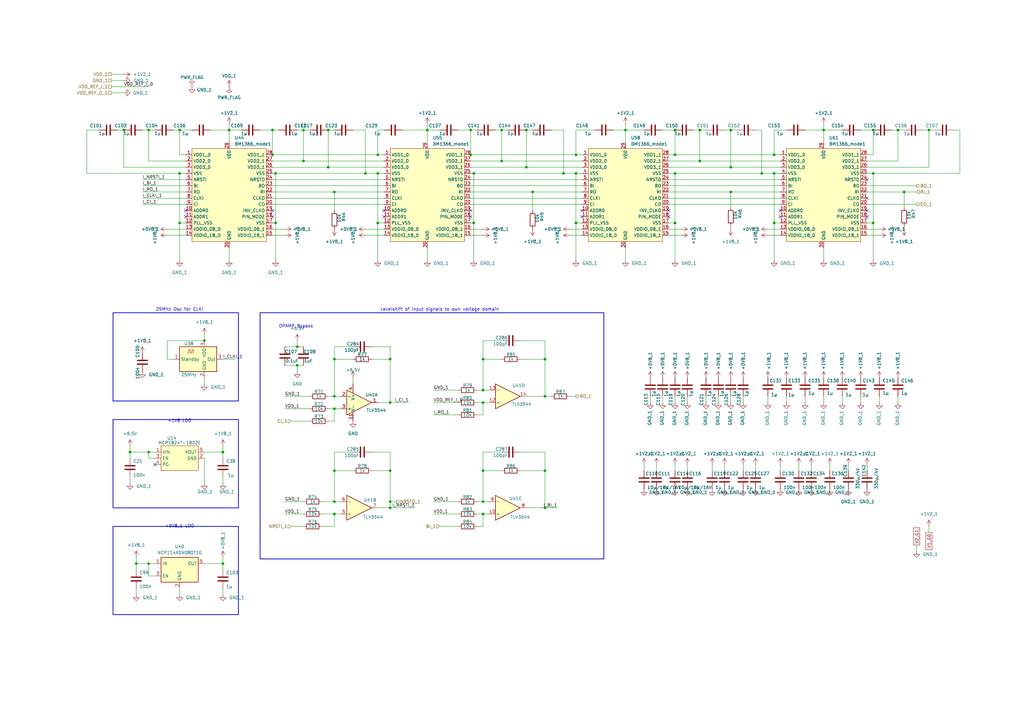
<source format=kicad_sch>
(kicad_sch (version 20231120) (generator "eeschema") (generator_version "8.0")
  (paper "A3")
  (junction (at 137.16 162.56))
  (junction (at 73.66 53.34))
  (junction (at 83.82 139.7))
  (junction (at 299.72 78.74))
  (junction (at 231.14 71.12))
  (junction (at 276.86 71.12))
  (junction (at 154.94 91.44))
  (junction (at 287.02 66.04))
  (junction (at 134.62 68.58))
  (junction (at 198.12 210.82))
  (junction (at 381 53.34))
  (junction (at 91.44 231.14) (diameter 0.9144))
  (junction (at 124.46 66.04))
  (junction (at 154.94 71.12))
  (junction (at 276.86 53.34))
  (junction (at 193.04 63.5))
  (junction (at 223.52 162.56))
  (junction (at 299.72 68.58))
  (junction (at 160.02 193.04))
  (junction (at 198.12 165.1))
  (junction (at 358.14 53.34))
  (junction (at 223.52 193.04))
  (junction (at 256.54 53.34))
  (junction (at 198.12 160.02))
  (junction (at 205.74 53.34))
  (junction (at 121.92 149.86))
  (junction (at 205.74 66.04))
  (junction (at 317.5 63.5))
  (junction (at 370.84 78.74))
  (junction (at 358.14 71.12))
  (junction (at 160.02 165.1))
  (junction (at 137.16 210.82))
  (junction (at 337.82 53.34))
  (junction (at 223.52 147.32))
  (junction (at 218.44 78.74))
  (junction (at 154.94 63.5))
  (junction (at 276.86 91.44))
  (junction (at 194.31 71.12))
  (junction (at 160.02 147.32))
  (junction (at 276.86 63.5))
  (junction (at 236.22 71.12))
  (junction (at 60.96 53.34))
  (junction (at 111.76 63.5))
  (junction (at 236.22 63.5))
  (junction (at 198.12 147.32))
  (junction (at 60.96 185.42))
  (junction (at 121.92 142.24))
  (junction (at 55.88 231.14) (diameter 0.9144))
  (junction (at 317.5 91.44))
  (junction (at 198.12 193.04))
  (junction (at 194.31 91.44))
  (junction (at 160.02 205.74))
  (junction (at 137.16 78.74))
  (junction (at 137.16 167.64))
  (junction (at 124.46 53.34))
  (junction (at 137.16 147.32))
  (junction (at 134.62 53.34))
  (junction (at 299.72 53.34))
  (junction (at 215.9 68.58))
  (junction (at 93.98 53.34))
  (junction (at 287.02 53.34))
  (junction (at 113.03 71.12))
  (junction (at 193.04 53.34))
  (junction (at 175.26 53.34))
  (junction (at 137.16 193.04))
  (junction (at 53.34 185.42) (diameter 0.9144))
  (junction (at 317.5 71.12))
  (junction (at 111.76 53.34))
  (junction (at 50.8 53.34))
  (junction (at 73.66 71.12))
  (junction (at 137.16 205.74))
  (junction (at 223.52 208.28))
  (junction (at 60.96 231.14))
  (junction (at 113.03 91.44))
  (junction (at 149.86 71.12))
  (junction (at 73.66 91.44))
  (junction (at 358.14 91.44))
  (junction (at 91.44 185.42))
  (junction (at 368.3 53.34))
  (junction (at 215.9 53.34))
  (junction (at 160.02 208.28))
  (junction (at 198.12 205.74))
  (junction (at 236.22 91.44))
  (junction (at 312.42 71.12))
  (no_connect (at 274.32 86.36))
  (no_connect (at 63.5 190.5))
  (no_connect (at 355.6 73.66))
  (no_connect (at 193.04 86.36))
  (no_connect (at 76.2 86.36))
  (no_connect (at 76.2 88.9))
  (no_connect (at 355.6 81.28))
  (no_connect (at 157.48 88.9))
  (no_connect (at 111.76 86.36))
  (no_connect (at 238.76 88.9))
  (no_connect (at 111.76 88.9))
  (no_connect (at 320.04 88.9))
  (no_connect (at 355.6 86.36))
  (no_connect (at 157.48 86.36))
  (no_connect (at 238.76 86.36))
  (no_connect (at 355.6 88.9))
  (no_connect (at 320.04 86.36))
  (no_connect (at 274.32 88.9))
  (no_connect (at 193.04 88.9))
  (wire (pts (xy 360.68 162.56) (xy 360.68 165.1)))
  (wire (pts (xy 330.2 162.56) (xy 330.2 165.1)))
  (wire (pts (xy 177.8 165.1) (xy 187.96 165.1)))
  (wire (pts (xy 160.02 205.74) (xy 162.56 205.74)))
  (wire (pts (xy 299.72 68.58) (xy 299.72 53.34)))
  (wire (pts (xy 236.22 71.12) (xy 236.22 91.44)))
  (wire (pts (xy 294.64 162.56) (xy 294.64 165.1)))
  (wire (pts (xy 299.72 53.34) (xy 302.26 53.34)))
  (wire (pts (xy 93.98 50.8) (xy 93.98 53.34)))
  (wire (pts (xy 274.32 71.12) (xy 276.86 71.12)))
  (wire (pts (xy 137.16 193.04) (xy 144.78 193.04)))
  (wire (pts (xy 287.02 53.34) (xy 289.56 53.34)))
  (wire (pts (xy 304.8 190.5) (xy 304.8 193.04)))
  (wire (pts (xy 63.5 236.22) (xy 60.96 236.22)))
  (wire (pts (xy 35.56 71.12) (xy 35.56 53.34)))
  (wire (pts (xy 111.76 68.58) (xy 134.62 68.58)))
  (wire (pts (xy 236.22 91.44) (xy 236.22 106.68)))
  (wire (pts (xy 317.5 53.34) (xy 322.58 53.34)))
  (wire (pts (xy 276.86 190.5) (xy 276.86 193.04)))
  (wire (pts (xy 154.94 71.12) (xy 154.94 91.44)))
  (wire (pts (xy 68.58 139.7) (xy 68.58 147.32)))
  (wire (pts (xy 266.7 162.56) (xy 266.7 165.1)))
  (wire (pts (xy 309.88 190.5) (xy 309.88 193.04)))
  (wire (pts (xy 68.58 96.52) (xy 76.2 96.52)))
  (wire (pts (xy 193.04 68.58) (xy 215.9 68.58)))
  (wire (pts (xy 205.74 66.04) (xy 205.74 53.34)))
  (wire (pts (xy 45.72 35.56) (xy 60.96 35.56)))
  (wire (pts (xy 149.86 96.52) (xy 157.48 96.52)))
  (wire (pts (xy 134.62 167.64) (xy 137.16 167.64)))
  (wire (pts (xy 299.72 78.74) (xy 320.04 78.74)))
  (wire (pts (xy 137.16 162.56) (xy 139.7 162.56)))
  (wire (pts (xy 393.7 71.12) (xy 393.7 53.34)))
  (wire (pts (xy 195.58 170.18) (xy 198.12 170.18)))
  (wire (pts (xy 231.14 53.34) (xy 231.14 71.12)))
  (wire (pts (xy 60.96 231.14) (xy 60.96 236.22)))
  (wire (pts (xy 195.58 205.74) (xy 198.12 205.74)))
  (wire (pts (xy 205.74 185.42) (xy 198.12 185.42)))
  (wire (pts (xy 76.2 71.12) (xy 73.66 71.12)))
  (wire (pts (xy 137.16 185.42) (xy 137.16 193.04)))
  (wire (pts (xy 287.02 66.04) (xy 320.04 66.04)))
  (wire (pts (xy 292.1 190.5) (xy 292.1 193.04)))
  (wire (pts (xy 73.66 53.34) (xy 78.74 53.34)))
  (wire (pts (xy 48.26 53.34) (xy 50.8 53.34)))
  (wire (pts (xy 121.92 142.24) (xy 121.92 139.7)))
  (wire (pts (xy 215.9 53.34) (xy 218.44 53.34)))
  (wire (pts (xy 274.32 68.58) (xy 299.72 68.58)))
  (wire (pts (xy 154.94 63.5) (xy 157.48 63.5)))
  (wire (pts (xy 137.16 193.04) (xy 137.16 205.74)))
  (wire (pts (xy 314.96 96.52) (xy 320.04 96.52)))
  (wire (pts (xy 58.42 53.34) (xy 60.96 53.34)))
  (wire (pts (xy 274.32 73.66) (xy 320.04 73.66)))
  (wire (pts (xy 137.16 172.72) (xy 137.16 167.64)))
  (wire (pts (xy 274.32 76.2) (xy 320.04 76.2)))
  (wire (pts (xy 55.88 228.6) (xy 55.88 231.14)))
  (wire (pts (xy 194.31 106.68) (xy 194.31 91.44)))
  (wire (pts (xy 154.94 53.34) (xy 154.94 63.5)))
  (wire (pts (xy 353.06 162.56) (xy 353.06 165.1)))
  (wire (pts (xy 213.36 139.7) (xy 223.52 139.7)))
  (wire (pts (xy 299.72 92.71) (xy 299.72 93.98)))
  (wire (pts (xy 55.88 231.14) (xy 60.96 231.14)))
  (wire (pts (xy 73.66 53.34) (xy 73.66 63.5)))
  (wire (pts (xy 111.76 93.98) (xy 116.84 93.98)))
  (wire (pts (xy 355.6 78.74) (xy 370.84 78.74)))
  (wire (pts (xy 317.5 71.12) (xy 317.5 91.44)))
  (wire (pts (xy 152.4 193.04) (xy 160.02 193.04)))
  (wire (pts (xy 393.7 53.34) (xy 391.16 53.34)))
  (wire (pts (xy 370.84 78.74) (xy 375.92 78.74)))
  (wire (pts (xy 73.66 91.44) (xy 73.66 106.68)))
  (wire (pts (xy 111.76 71.12) (xy 113.03 71.12)))
  (wire (pts (xy 370.84 92.71) (xy 370.84 93.98)))
  (wire (pts (xy 358.14 71.12) (xy 358.14 91.44)))
  (wire (pts (xy 91.44 228.6) (xy 91.44 231.14)))
  (wire (pts (xy 137.16 210.82) (xy 139.7 210.82)))
  (wire (pts (xy 198.12 160.02) (xy 200.66 160.02)))
  (wire (pts (xy 337.82 53.34) (xy 345.44 53.34)))
  (wire (pts (xy 223.52 208.28) (xy 228.6 208.28)))
  (wire (pts (xy 355.6 68.58) (xy 381 68.58)))
  (wire (pts (xy 193.04 53.34) (xy 195.58 53.34)))
  (wire (pts (xy 124.46 53.34) (xy 127 53.34)))
  (wire (pts (xy 358.14 91.44) (xy 358.14 106.68)))
  (wire (pts (xy 337.82 162.56) (xy 337.82 165.1)))
  (wire (pts (xy 304.8 162.56) (xy 304.8 165.1)))
  (wire (pts (xy 68.58 93.98) (xy 76.2 93.98)))
  (wire (pts (xy 50.8 68.58) (xy 50.8 53.34)))
  (wire (pts (xy 322.58 162.56) (xy 322.58 165.1)))
  (wire (pts (xy 119.38 215.9) (xy 124.46 215.9)))
  (wire (pts (xy 368.3 53.34) (xy 370.84 53.34)))
  (wire (pts (xy 53.34 185.42) (xy 53.34 187.96)))
  (wire (pts (xy 91.44 231.14) (xy 91.44 233.68)))
  (wire (pts (xy 134.62 68.58) (xy 134.62 53.34)))
  (wire (pts (xy 198.12 139.7) (xy 198.12 147.32)))
  (wire (pts (xy 332.74 190.5) (xy 332.74 193.04)))
  (wire (pts (xy 91.44 185.42) (xy 91.44 187.96)))
  (wire (pts (xy 60.96 66.04) (xy 76.2 66.04)))
  (wire (pts (xy 116.84 167.64) (xy 127 167.64)))
  (wire (pts (xy 297.18 190.5) (xy 297.18 193.04)))
  (wire (pts (xy 355.6 66.04) (xy 368.3 66.04)))
  (wire (pts (xy 50.8 68.58) (xy 76.2 68.58)))
  (wire (pts (xy 177.8 170.18) (xy 187.96 170.18)))
  (wire (pts (xy 274.32 66.04) (xy 287.02 66.04)))
  (wire (pts (xy 93.98 101.6) (xy 93.98 106.68)))
  (wire (pts (xy 86.36 53.34) (xy 93.98 53.34)))
  (wire (pts (xy 187.96 53.34) (xy 193.04 53.34)))
  (wire (pts (xy 121.92 142.24) (xy 124.46 142.24)))
  (wire (pts (xy 299.72 78.74) (xy 299.72 85.09)))
  (wire (pts (xy 111.76 53.34) (xy 114.3 53.34)))
  (wire (pts (xy 223.52 193.04) (xy 223.52 208.28)))
  (wire (pts (xy 297.18 53.34) (xy 299.72 53.34)))
  (wire (pts (xy 276.86 63.5) (xy 317.5 63.5)))
  (wire (pts (xy 368.3 162.56) (xy 368.3 165.1)))
  (wire (pts (xy 111.76 83.82) (xy 157.48 83.82)))
  (wire (pts (xy 358.14 63.5) (xy 358.14 53.34)))
  (wire (pts (xy 375.92 223.52) (xy 375.92 226.06)))
  (wire (pts (xy 160.02 208.28) (xy 170.18 208.28)))
  (wire (pts (xy 238.76 71.12) (xy 236.22 71.12)))
  (wire (pts (xy 355.6 63.5) (xy 358.14 63.5)))
  (wire (pts (xy 91.44 195.58) (xy 91.44 198.12)))
  (wire (pts (xy 175.26 53.34) (xy 175.26 58.42)))
  (wire (pts (xy 180.34 215.9) (xy 187.96 215.9)))
  (wire (pts (xy 337.82 53.34) (xy 337.82 58.42)))
  (wire (pts (xy 137.16 205.74) (xy 139.7 205.74)))
  (wire (pts (xy 73.66 91.44) (xy 76.2 91.44)))
  (wire (pts (xy 223.52 208.28) (xy 215.9 208.28)))
  (wire (pts (xy 175.26 101.6) (xy 175.26 106.68)))
  (wire (pts (xy 71.12 53.34) (xy 73.66 53.34)))
  (wire (pts (xy 157.48 71.12) (xy 154.94 71.12)))
  (wire (pts (xy 116.84 142.24) (xy 121.92 142.24)))
  (wire (pts (xy 35.56 53.34) (xy 40.64 53.34)))
  (wire (pts (xy 111.76 73.66) (xy 157.48 73.66)))
  (wire (pts (xy 193.04 63.5) (xy 193.04 53.34)))
  (wire (pts (xy 337.82 50.8) (xy 337.82 53.34)))
  (wire (pts (xy 276.86 71.12) (xy 312.42 71.12)))
  (wire (pts (xy 53.34 185.42) (xy 60.96 185.42)))
  (wire (pts (xy 194.31 71.12) (xy 231.14 71.12)))
  (wire (pts (xy 281.94 190.5) (xy 281.94 193.04)))
  (wire (pts (xy 299.72 162.56) (xy 299.72 165.1)))
  (wire (pts (xy 193.04 76.2) (xy 238.76 76.2)))
  (wire (pts (xy 160.02 193.04) (xy 160.02 205.74)))
  (wire (pts (xy 83.82 139.7) (xy 68.58 139.7)))
  (wire (pts (xy 73.66 63.5) (xy 76.2 63.5)))
  (wire (pts (xy 287.02 66.04) (xy 287.02 53.34)))
  (wire (pts (xy 195.58 210.82) (xy 198.12 210.82)))
  (wire (pts (xy 274.32 63.5) (xy 276.86 63.5)))
  (wire (pts (xy 134.62 53.34) (xy 137.16 53.34)))
  (wire (pts (xy 160.02 205.74) (xy 160.02 208.28)))
  (wire (pts (xy 193.04 71.12) (xy 194.31 71.12)))
  (wire (pts (xy 106.68 53.34) (xy 111.76 53.34)))
  (wire (pts (xy 355.6 93.98) (xy 360.68 93.98)))
  (wire (pts (xy 236.22 63.5) (xy 238.76 63.5)))
  (wire (pts (xy 233.68 96.52) (xy 238.76 96.52)))
  (wire (pts (xy 276.86 71.12) (xy 276.86 91.44)))
  (wire (pts (xy 134.62 162.56) (xy 137.16 162.56)))
  (wire (pts (xy 193.04 78.74) (xy 218.44 78.74)))
  (wire (pts (xy 264.16 190.5) (xy 264.16 193.04)))
  (wire (pts (xy 223.52 185.42) (xy 223.52 193.04)))
  (wire (pts (xy 149.86 71.12) (xy 149.86 53.34)))
  (wire (pts (xy 93.98 53.34) (xy 93.98 58.42)))
  (wire (pts (xy 289.56 162.56) (xy 289.56 165.1)))
  (wire (pts (xy 299.72 68.58) (xy 320.04 68.58)))
  (wire (pts (xy 160.02 208.28) (xy 154.94 208.28)))
  (wire (pts (xy 256.54 101.6) (xy 256.54 106.68)))
  (wire (pts (xy 195.58 160.02) (xy 198.12 160.02)))
  (wire (pts (xy 111.76 81.28) (xy 157.48 81.28)))
  (wire (pts (xy 198.12 147.32) (xy 205.74 147.32)))
  (wire (pts (xy 193.04 66.04) (xy 205.74 66.04)))
  (wire (pts (xy 312.42 71.12) (xy 312.42 53.34)))
  (wire (pts (xy 111.76 96.52) (xy 116.84 96.52)))
  (wire (pts (xy 45.72 33.02) (xy 50.8 33.02)))
  (wire (pts (xy 60.96 231.14) (xy 63.5 231.14)))
  (wire (pts (xy 317.5 91.44) (xy 317.5 106.68)))
  (wire (pts (xy 198.12 210.82) (xy 200.66 210.82)))
  (wire (pts (xy 93.98 53.34) (xy 99.06 53.34)))
  (wire (pts (xy 55.88 231.14) (xy 55.88 233.68)))
  (wire (pts (xy 111.76 78.74) (xy 137.16 78.74)))
  (wire (pts (xy 355.6 76.2) (xy 375.92 76.2)))
  (wire (pts (xy 198.12 205.74) (xy 200.66 205.74)))
  (wire (pts (xy 205.74 139.7) (xy 198.12 139.7)))
  (wire (pts (xy 137.16 147.32) (xy 137.16 162.56)))
  (wire (pts (xy 137.16 78.74) (xy 137.16 86.36)))
  (wire (pts (xy 55.88 241.3) (xy 55.88 243.84)))
  (wire (pts (xy 160.02 142.24) (xy 160.02 147.32)))
  (wire (pts (xy 271.78 53.34) (xy 276.86 53.34)))
  (wire (pts (xy 194.31 91.44) (xy 193.04 91.44)))
  (wire (pts (xy 317.5 91.44) (xy 320.04 91.44)))
  (wire (pts (xy 274.32 96.52) (xy 279.4 96.52)))
  (wire (pts (xy 269.24 190.5) (xy 269.24 193.04)))
  (wire (pts (xy 137.16 215.9) (xy 137.16 210.82)))
  (wire (pts (xy 154.94 91.44) (xy 154.94 106.68)))
  (wire (pts (xy 119.38 172.72) (xy 127 172.72)))
  (wire (pts (xy 198.12 193.04) (xy 198.12 205.74)))
  (wire (pts (xy 198.12 170.18) (xy 198.12 165.1)))
  (wire (pts (xy 83.82 154.94) (xy 83.82 157.48)))
  (wire (pts (xy 271.78 162.56) (xy 271.78 165.1)))
  (wire (pts (xy 124.46 66.04) (xy 124.46 53.34)))
  (wire (pts (xy 193.04 73.66) (xy 238.76 73.66)))
  (wire (pts (xy 215.9 162.56) (xy 223.52 162.56)))
  (wire (pts (xy 198.12 185.42) (xy 198.12 193.04)))
  (wire (pts (xy 83.82 185.42) (xy 91.44 185.42)))
  (wire (pts (xy 205.74 66.04) (xy 238.76 66.04)))
  (wire (pts (xy 194.31 71.12) (xy 194.31 91.44)))
  (wire (pts (xy 327.66 190.5) (xy 327.66 193.04)))
  (wire (pts (xy 330.2 53.34) (xy 337.82 53.34)))
  (wire (pts (xy 236.22 91.44) (xy 238.76 91.44)))
  (wire (pts (xy 91.44 241.3) (xy 91.44 243.84)))
  (wire (pts (xy 365.76 53.34) (xy 368.3 53.34)))
  (wire (pts (xy 340.36 190.5) (xy 340.36 193.04)))
  (wire (pts (xy 203.2 53.34) (xy 205.74 53.34)))
  (wire (pts (xy 251.46 53.34) (xy 256.54 53.34)))
  (wire (pts (xy 213.36 185.42) (xy 223.52 185.42)))
  (wire (pts (xy 132.08 210.82) (xy 137.16 210.82)))
  (wire (pts (xy 274.32 83.82) (xy 320.04 83.82)))
  (wire (pts (xy 281.94 162.56) (xy 281.94 165.1)))
  (wire (pts (xy 83.82 231.14) (xy 91.44 231.14)))
  (wire (pts (xy 236.22 53.34) (xy 243.84 53.34)))
  (wire (pts (xy 276.86 91.44) (xy 276.86 106.68)))
  (wire (pts (xy 205.74 53.34) (xy 208.28 53.34)))
  (wire (pts (xy 160.02 147.32) (xy 160.02 165.1)))
  (wire (pts (xy 149.86 71.12) (xy 154.94 71.12)))
  (wire (pts (xy 91.44 147.32) (xy 96.52 147.32)))
  (wire (pts (xy 58.42 76.2) (xy 76.2 76.2)))
  (wire (pts (xy 154.94 91.44) (xy 157.48 91.44)))
  (wire (pts (xy 317.5 63.5) (xy 320.04 63.5)))
  (wire (pts (xy 276.86 63.5) (xy 276.86 53.34)))
  (wire (pts (xy 132.08 205.74) (xy 137.16 205.74)))
  (wire (pts (xy 312.42 71.12) (xy 317.5 71.12)))
  (wire (pts (xy 124.46 66.04) (xy 157.48 66.04)))
  (wire (pts (xy 116.84 205.74) (xy 124.46 205.74)))
  (wire (pts (xy 378.46 53.34) (xy 381 53.34)))
  (wire (pts (xy 68.58 147.32) (xy 71.12 147.32)))
  (wire (pts (xy 83.82 187.96) (xy 83.82 198.12)))
  (wire (pts (xy 177.8 160.02) (xy 187.96 160.02)))
  (wire (pts (xy 132.08 215.9) (xy 137.16 215.9)))
  (wire (pts (xy 152.4 185.42) (xy 160.02 185.42)))
  (wire (pts (xy 213.36 193.04) (xy 223.52 193.04)))
  (wire (pts (xy 355.6 96.52) (xy 360.68 96.52)))
  (wire (pts (xy 355.6 91.44) (xy 358.14 91.44)))
  (wire (pts (xy 193.04 96.52) (xy 198.12 96.52)))
  (wire (pts (xy 198.12 165.1) (xy 200.66 165.1)))
  (wire (pts (xy 111.76 63.5) (xy 111.76 53.34)))
  (wire (pts (xy 53.34 195.58) (xy 53.34 198.12)))
  (wire (pts (xy 236.22 53.34) (xy 236.22 63.5)))
  (wire (pts (xy 193.04 81.28) (xy 238.76 81.28)))
  (wire (pts (xy 58.42 81.28) (xy 76.2 81.28)))
  (wire (pts (xy 160.02 165.1) (xy 154.94 165.1)))
  (wire (pts (xy 274.32 78.74) (xy 299.72 78.74)))
  (wire (pts (xy 314.96 93.98) (xy 320.04 93.98)))
  (wire (pts (xy 152.4 142.24) (xy 160.02 142.24)))
  (wire (pts (xy 381 53.34) (xy 383.54 53.34)))
  (wire (pts (xy 195.58 215.9) (xy 198.12 215.9)))
  (wire (pts (xy 113.03 71.12) (xy 149.86 71.12)))
  (wire (pts (xy 134.62 68.58) (xy 157.48 68.58)))
  (wire (pts (xy 198.12 147.32) (xy 198.12 160.02)))
  (wire (pts (xy 160.02 185.42) (xy 160.02 193.04)))
  (wire (pts (xy 144.78 142.24) (xy 137.16 142.24)))
  (wire (pts (xy 116.84 149.86) (xy 121.92 149.86)))
  (wire (pts (xy 111.76 66.04) (xy 124.46 66.04)))
  (wire (pts (xy 58.42 73.66) (xy 76.2 73.66)))
  (wire (pts (xy 177.8 205.74) (xy 187.96 205.74)))
  (wire (pts (xy 347.98 190.5) (xy 347.98 193.04)))
  (wire (pts (xy 60.96 53.34) (xy 63.5 53.34)))
  (wire (pts (xy 160.02 165.1) (xy 167.64 165.1)))
  (wire (pts (xy 121.92 149.86) (xy 124.46 149.86)))
  (wire (pts (xy 368.3 66.04) (xy 368.3 53.34)))
  (wire (pts (xy 111.76 76.2) (xy 157.48 76.2)))
  (wire (pts (xy 274.32 93.98) (xy 279.4 93.98)))
  (wire (pts (xy 113.03 91.44) (xy 113.03 106.68)))
  (wire (pts (xy 165.1 53.34) (xy 175.26 53.34)))
  (wire (pts (xy 358.14 71.12) (xy 393.7 71.12)))
  (wire (pts (xy 317.5 53.34) (xy 317.5 63.5)))
  (wire (pts (xy 111.76 63.5) (xy 154.94 63.5)))
  (wire (pts (xy 111.76 91.44) (xy 113.03 91.44)))
  (wire (pts (xy 195.58 165.1) (xy 198.12 165.1)))
  (wire (pts (xy 320.04 190.5) (xy 320.04 193.04)))
  (wire (pts (xy 231.14 53.34) (xy 226.06 53.34)))
  (wire (pts (xy 137.16 167.64) (xy 139.7 167.64)))
  (wire (pts (xy 58.42 83.82) (xy 76.2 83.82)))
  (wire (pts (xy 284.48 53.34) (xy 287.02 53.34)))
  (wire (pts (xy 213.36 147.32) (xy 223.52 147.32)))
  (wire (pts (xy 144.78 185.42) (xy 137.16 185.42)))
  (wire (pts (xy 337.82 101.6) (xy 337.82 106.68)))
  (wire (pts (xy 134.62 172.72) (xy 137.16 172.72)))
  (wire (pts (xy 231.14 71.12) (xy 236.22 71.12)))
  (wire (pts (xy 193.04 93.98) (xy 198.12 93.98)))
  (wire (pts (xy 355.6 190.5) (xy 355.6 193.04)))
  (wire (pts (xy 91.44 182.88) (xy 91.44 185.42)))
  (wire (pts (xy 113.03 71.12) (xy 113.03 91.44)))
  (wire (pts (xy 73.66 241.3) (xy 73.66 243.84)))
  (wire (pts (xy 53.34 182.88) (xy 53.34 185.42)))
  (wire (pts (xy 58.42 78.74) (xy 76.2 78.74)))
  (wire (pts (xy 121.92 149.86) (xy 121.92 152.4)))
  (wire (pts (xy 121.92 53.34) (xy 124.46 53.34)))
  (wire (pts (xy 256.54 50.8) (xy 256.54 53.34)))
  (wire (pts (xy 149.86 53.34) (xy 144.78 53.34)))
  (wire (pts (xy 157.48 53.34) (xy 154.94 53.34)))
  (wire (pts (xy 256.54 53.34) (xy 256.54 58.42)))
  (wire (pts (xy 233.68 162.56) (xy 236.22 162.56)))
  (wire (pts (xy 144.78 157.48) (xy 144.78 154.94)))
  (wire (pts (xy 137.16 147.32) (xy 144.78 147.32)))
  (wire (pts (xy 116.84 162.56) (xy 127 162.56)))
  (wire (pts (xy 152.4 147.32) (xy 160.02 147.32)))
  (wire (pts (xy 73.66 71.12) (xy 35.56 71.12)))
  (wire (pts (xy 137.16 78.74) (xy 157.48 78.74)))
  (wire (pts (xy 370.84 78.74) (xy 370.84 85.09)))
  (wire (pts (xy 381 218.44) (xy 381 215.9)))
  (wire (pts (xy 218.44 78.74) (xy 238.76 78.74)))
  (wire (pts (xy 193.04 63.5) (xy 236.22 63.5)))
  (wire (pts (xy 312.42 53.34) (xy 309.88 53.34)))
  (wire (pts (xy 60.96 66.04) (xy 60.96 53.34)))
  (wire (pts (xy 45.72 38.1) (xy 50.8 38.1)))
  (wire (pts (xy 223.52 147.32) (xy 223.52 162.56)))
  (wire (pts (xy 353.06 53.34) (xy 358.14 53.34)))
  (wire (pts (xy 223.52 139.7) (xy 223.52 147.32)))
  (wire (pts (xy 177.8 210.82) (xy 187.96 210.82)))
  (wire (pts (xy 73.66 71.12) (xy 73.66 91.44)))
  (wire (pts (xy 381 68.58) (xy 381 53.34)))
  (wire (pts (xy 60.96 187.96) (xy 60.96 185.42)))
  (wire (pts (xy 256.54 53.34) (xy 264.16 53.34)))
  (wire (pts (xy 314.96 162.56) (xy 314.96 165.1)))
  (wire (pts (xy 276.86 162.56) (xy 276.86 165.1)))
  (wire (pts (xy 193.04 83.82) (xy 238.76 83.82)))
  (wire (pts (xy 83.82 137.16) (xy 83.82 139.7)))
  (wire (pts (xy 274.32 81.28) (xy 320.04 81.28)))
  (wire (pts (xy 233.68 93.98) (xy 238.76 93.98)))
  (wire (pts (xy 175.26 50.8) (xy 175.26 53.34)))
  (wire (pts (xy 137.16 142.24) (xy 137.16 147.32)))
  (wire (pts (xy 223.52 162.56) (xy 226.06 162.56)))
  (wire (pts (xy 215.9 68.58) (xy 215.9 53.34)))
  (wire (pts (xy 149.86 93.98) (xy 157.48 93.98)))
  (wire (pts (xy 198.12 193.04) (xy 205.74 193.04)))
  (wire (pts (xy 218.44 78.74) (xy 218.44 86.36)))
  (wire (pts (xy 175.26 53.34) (xy 180.34 53.34)))
  (wire (pts (xy 215.9 68.58) (xy 238.76 68.58)))
  (wire (pts (xy 274.32 91.44) (xy 276.86 91.44)))
  (wire (pts (xy 355.6 71.12) (xy 358.14 71.12)))
  (wire (pts (xy 60.96 187.96) (xy 63.5 187.96)))
  (wire (pts (xy 60.96 185.42) (xy 63.5 185.42)))
  (wire (pts (xy 355.6 83.82) (xy 375.92 83.82)))
  (wire (pts (xy 345.44 162.56) (xy 345.44 165.1)))
  (wire (pts (xy 45.72 30.48) (xy 50.8 30.48)))
  (wire (pts (xy 198.12 215.9) (xy 198.12 210.82)))
  (wire (pts (xy 116.84 210.82) (xy 124.46 210.82)))
  (wire (pts (xy 320.04 71.12) (xy 317.5 71.12)))
  (rectangle (start 46.355 128.27) (end 97.79 164.465) (stroke (width 0.3)))
  (rectangle (start 106.68 128.27) (end 247.65 229.235) (stroke (width 0.3)))
  (rectangle (start 46.355 215.9) (end 97.79 252.095) (stroke (width 0.3)))
  (rectangle (start 46.355 172.085) (end 97.79 208.28) (stroke (width 0.3)))
  (text "+1V8 LDO" (at 73.66 172.72 0) (effects (font (size 1.27 1.27))))
  (text "25MHz Osc for CLKI" (at 73.66 127 0) (effects (font (size 1.27 1.27))))
  (text "+0V8_1 LDO" (at 73.66 215.9 0) (effects (font (size 1.27 1.27))))
  (text "Levelshift of input signals to own voltage domain" (at 180.34 127 0) (effects (font (size 1.27 1.27))))
  (text "OPAMP Bypass" (at 114.3 134.62 0) (effects (font (size 1.27 1.27)) (justify left bottom)))
  (label "I_CI_1" (at 167.64 165.1 180))
  (label "GND_1" (at 116.84 205.74 0))
  (label "GND_1" (at 177.8 160.02 0))
  (label "VDD_1" (at 116.84 210.82 0))
  (label "VDD_REF_I_0" (at 50.8 35.56 0))
  (label "I_NRSTI_1" (at 58.42 73.66 0))
  (label "I_RO_1" (at 177.8 170.18 0))
  (label "I_BI_1" (at 228.6 208.28 180))
  (label "I_RO_1" (at 58.42 78.74 0))
  (label "I_CLKI_1" (at 91.44 147.32 0))
  (label "I_CLKI_1" (at 58.42 81.28 0))
  (label "GND_1" (at 177.8 205.74 0))
  (label "VDD_REF_I_0" (at 177.8 165.1 0))
  (label "I_CI_1" (at 58.42 83.82 0))
  (label "GND_1" (at 116.84 162.56 0))
  (label "VDD_1" (at 116.84 167.64 0))
  (label "I_BI_1" (at 58.42 76.2 0))
  (label "I_NRSTI_1" (at 170.18 208.28 180))
  (label "VDD_1" (at 177.8 210.82 0))
  (global_label "V1_G0" (shape passive) (at 381 218.44 270) (property "Intersheetrefs" "${INTERSHEET_REFS}" (effects (hide yes))))
  (global_label "V2_G1" (shape passive) (at 375.92 223.52 90) (property "Intersheetrefs" "${INTERSHEET_REFS}" (effects (hide yes))))
  (hierarchical_label "NRSTO_1" (shape output) (at 162.56 205.74 0))
  (hierarchical_label "BO_1" (shape output) (at 375.92 76.2 0))
  (hierarchical_label "VDD_REF_O_1" (shape passive) (at 45.72 38.1 180))
  (hierarchical_label "RI_1" (shape input) (at 375.92 78.74 0))
  (hierarchical_label "CO_1" (shape output) (at 375.92 83.82 0))
  (hierarchical_label "CI_1" (shape input) (at 119.38 172.72 180))
  (hierarchical_label "NRSTI_1" (shape input) (at 119.38 215.9 180))
  (hierarchical_label "VDD_1" (shape passive) (at 45.72 30.48 180))
  (hierarchical_label "VDD_REF_I_1" (shape passive) (at 45.72 35.56 180))
  (hierarchical_label "GND_1" (shape passive) (at 45.72 33.02 180))
  (hierarchical_label "RO_1" (shape output) (at 236.22 162.56 0))
  (hierarchical_label "BI_1" (shape input) (at 180.34 215.9 180))
  (symbol (lib_id "Device:C") (at 337.82 158.75 0) (unit 1)
    (property "Reference" "C138" (at 339.09 156.845 0) (effects (justify left bottom)))
    (property "Value" "1µ" (at 339.09 161.925 0) (effects (justify left bottom)))
    (property "Footprint" "Capacitor_SMD:C_0805_2012Metric" (effects (hide yes)))
  )
  (symbol (lib_id "Device:C") (at 297.18 196.85 0) (unit 1)
    (property "Reference" "C122" (at 297.815 194.945 0) (effects (justify left bottom)))
    (property "Value" "1µ" (at 298.45 200.66 0) (effects (justify left bottom)))
    (property "Footprint" "Capacitor_SMD:C_0805_2012Metric" (effects (hide yes)))
  )
  (symbol (lib_name "TLV3544_3") (lib_id "bitaxe:TLV3544") (at 205.74 208.28 0) (unit 3)
    (property "Reference" "U41" (at 211.455 204.47 0))
    (property "Value" "TLV3544" (at 213.36 212.09 0))
    (property "Footprint" "Package_SO:SOIC-14_3.9x8.7mm_P1.27mm" (effects (hide yes)))
    (property "Datasheet" "https://www.ti.com/lit/ds/symlink/tlv3542.pdf" (effects (hide yes)))
    (property "DK" "296-45352-1-ND" (effects (hide yes)))
    (property "PARTNO" "TLV3544IPWR" (effects (hide yes)))
  )
  (symbol (lib_id "Device:C") (at 353.06 158.75 0) (unit 1)
    (property "Reference" "C143" (at 353.695 156.845 0) (effects (justify left bottom)))
    (property "Value" "1µ" (at 353.695 162.56 0) (effects (justify left bottom)))
    (property "Footprint" "Capacitor_SMD:C_0805_2012Metric" (effects (hide yes)))
  )
  (symbol (lib_id "mylib7:GND_1") (at 355.6 200.66 0) (mirror y) (unit 1)
    (property "Reference" "#PWR0343" (effects (hide yes)))
    (property "Value" "GND_1" (at 355.6 205.74 0))
    (property "Description" "Power symbol creates a global label with name \"GND\" , ground" (effects (hide yes)))
  )
  (symbol (lib_id "mylib7:GND_1") (at 78.74 35.56 0) (unit 1)
    (property "Reference" "#PWR0165" (effects (hide yes)))
    (property "Value" "GND_1" (at 80.645 36.8299 0) (effects (justify left)))
    (property "Description" "Power symbol creates a global label with name \"GND\" , ground" (effects (hide yes)))
  )
  (symbol (lib_id "Device:R") (at 137.16 90.17 0) (unit 1)
    (property "Reference" "R44" (at 140.97 88.9 90))
    (property "Value" "10k" (at 139.065 89.535 90))
    (property "Footprint" "Resistor_SMD:R_0805_2012Metric" (effects (hide yes)))
  )
  (symbol (lib_id "mylib7:+1V8_1") (at 116.84 96.52 270) (unit 1)
    (property "Reference" "#PWR0290" (effects (hide yes)))
    (property "Value" "+1V8_1" (at 121.92 96.52 0))
    (property "Description" "Power symbol creates a global label with name \"+1V8\"" (effects (hide yes)))
  )
  (symbol (lib_id "Device:C") (at 309.88 196.85 0) (unit 1)
    (property "Reference" "C127" (at 310.515 194.945 0) (effects (justify left bottom)))
    (property "Value" "1µ" (at 311.15 200.66 0) (effects (justify left bottom)))
    (property "Footprint" "Capacitor_SMD:C_0805_2012Metric" (effects (hide yes)))
  )
  (symbol (lib_id "mylib7:GND_1") (at 113.03 106.68 0) (mirror y) (unit 1)
    (property "Reference" "#PWR0287" (effects (hide yes)))
    (property "Value" "GND_1" (at 113.03 111.76 0))
    (property "Description" "Power symbol creates a global label with name \"GND\" , ground" (effects (hide yes)))
  )
  (symbol (lib_id "mylib7:+1V8_1") (at 370.84 93.98 180) (unit 1)
    (property "Reference" "#PWR0369" (effects (hide yes)))
    (property "Value" "+1V8_1" (at 370.84 99.06 0))
    (property "Description" "Power symbol creates a global label with name \"+1V8\"" (effects (hide yes)))
  )
  (symbol (lib_id "mylib7:+1V2_1") (at 347.98 190.5 0) (unit 1)
    (property "Reference" "#PWR0334" (effects (hide yes)))
    (property "Value" "+1V2_1" (at 347.98 186.055 0))
  )
  (symbol (lib_id "power:GND") (at 121.92 152.4 0) (unit 1)
    (property "Reference" "#PWR0257" (effects (hide yes)))
    (property "Value" "GND" (at 121.92 157.48 0))
    (property "Description" "Power symbol creates a global label with name \"GND\" , ground" (effects (hide yes)))
  )
  (symbol (lib_id "Device:C") (at 276.86 158.75 180) (unit 1)
    (property "Reference" "C118" (at 274.32 161.29 90) (effects (justify left bottom)))
    (property "Value" "1µ" (at 277.495 160.02 90) (effects (justify left bottom)))
    (property "Footprint" "Capacitor_SMD:C_0805_2012Metric" (effects (hide yes)))
  )
  (symbol (lib_id "Device:C") (at 209.55 139.7 90) (unit 1)
    (property "Reference" "C286" (at 208.28 137.795 90) (effects (justify left bottom)))
    (property "Value" "100pF" (at 208.28 140.335 90) (effects (justify left bottom)))
    (property "Footprint" "Capacitor_SMD:C_0805_2012Metric" (effects (hide yes)))
    (property "DK" "478-KGM05AR71C104KHCT-ND" (effects (hide yes)))
    (property "PARTNO" "KGM05AR71C104KH" (effects (hide yes)))
  )
  (symbol (lib_id "mylib7:+1V2_1") (at 269.24 190.5 0) (unit 1)
    (property "Reference" "#PWR0288" (effects (hide yes)))
    (property "Value" "+1V2_1" (at 269.24 186.055 0))
  )
  (symbol (lib_id "mylib7:+0V8_1") (at 116.84 93.98 270) (unit 1) (in_bom no) (on_board no)
    (property "Reference" "U45" (effects (hide yes)))
    (property "Value" "+0V8_1" (at 120.015 93.98 90) (effects (justify left)))
    (property "Distributor" "-" (effects (hide yes)))
  )
  (symbol (lib_id "mylib7:GND_1") (at 55.88 243.84 0) (mirror y) (unit 1)
    (property "Reference" "#PWR0263" (effects (hide yes)))
    (property "Value" "GND_1" (at 58.42 245.1099 0) (effects (justify right)))
    (property "Description" "Power symbol creates a global label with name \"GND\" , ground" (effects (hide yes)))
  )
  (symbol (lib_id "mylib7:GND_1") (at 353.06 165.1 0) (mirror y) (unit 1)
    (property "Reference" "#PWR0345" (effects (hide yes)))
    (property "Value" "GND_1" (at 352.806 171.45 90))
    (property "Description" "Power symbol creates a global label with name \"GND\" , ground" (effects (hide yes)))
  )
  (symbol (lib_id "mylib7:+0V8_1") (at 266.7 154.94 0) (unit 1) (in_bom no) (on_board no)
    (property "Reference" "U46" (effects (hide yes)))
    (property "Value" "+0V8_1" (at 266.7 151.765 90) (effects (justify left)))
    (property "Distributor" "-" (effects (hide yes)))
  )
  (symbol (lib_id "mylib7:GND_1") (at 358.14 106.68 0) (mirror y) (unit 1)
    (property "Reference" "#PWR0367" (effects (hide yes)))
    (property "Value" "GND_1" (at 360.68 107.9499 0) (effects (justify right)))
    (property "Description" "Power symbol creates a global label with name \"GND\" , ground" (effects (hide yes)))
  )
  (symbol (lib_id "Device:C") (at 148.59 185.42 90) (unit 1)
    (property "Reference" "C285" (at 147.32 183.515 90) (effects (justify left bottom)))
    (property "Value" "100pF" (at 147.32 186.055 90) (effects (justify left bottom)))
    (property "Footprint" "Capacitor_SMD:C_0805_2012Metric" (effects (hide yes)))
    (property "DK" "478-KGM05AR71C104KHCT-ND" (effects (hide yes)))
    (property "PARTNO" "KGM05AR71C104KH" (effects (hide yes)))
  )
  (symbol (lib_id "Device:R") (at 191.77 165.1 90) (unit 1)
    (property "Reference" "R80" (at 191.77 163.195 90))
    (property "Value" "10k" (at 191.77 165.1 90))
    (property "Footprint" "Resistor_SMD:R_0805_2012Metric" (effects (hide yes)))
    (property "Description" "Resistor" (effects (hide yes)))
    (property "DK" "311-10KJRCT-ND" (effects (hide yes)))
    (property "PARTNO" "RC0402JR-0710KL" (effects (hide yes)))
  )
  (symbol (lib_id "mylib7:+1V2_1") (at 50.8 30.48 270) (unit 1)
    (property "Reference" "#PWR0139" (effects (hide yes)))
    (property "Value" "+1V2_1" (at 54.61 30.4799 90) (effects (justify left)))
  )
  (symbol (lib_id "Device:C") (at 332.74 196.85 0) (unit 1)
    (property "Reference" "C134" (at 333.375 194.945 0) (effects (justify left bottom)))
    (property "Value" "100n" (at 334.01 200.66 0) (effects (justify left bottom)))
    (property "Footprint" "Capacitor_SMD:C_0805_2012Metric" (effects (hide yes)))
  )
  (symbol (lib_id "Device:C") (at 118.11 53.34 270) (mirror x) (unit 1)
    (property "Reference" "C112" (at 120.65 50.8 90) (effects (justify left bottom)))
    (property "Value" "1µ" (at 119.38 53.975 90) (effects (justify left bottom)))
    (property "Footprint" "Capacitor_SMD:C_0805_2012Metric" (effects (hide yes)))
  )
  (symbol (lib_id "mylib7:GND_1") (at 236.22 106.68 0) (mirror y) (unit 1)
    (property "Reference" "#PWR0354" (effects (hide yes)))
    (property "Value" "GND_1" (at 238.76 107.9499 0) (effects (justify right)))
    (property "Description" "Power symbol creates a global label with name \"GND\" , ground" (effects (hide yes)))
  )
  (symbol (lib_id "Device:C") (at 299.72 158.75 180) (unit 1)
    (property "Reference" "C126" (at 297.18 161.29 90) (effects (justify left bottom)))
    (property "Value" "1µ" (at 300.355 160.02 90) (effects (justify left bottom)))
    (property "Footprint" "Capacitor_SMD:C_0805_2012Metric" (effects (hide yes)))
  )
  (symbol (lib_id "Device:R") (at 130.81 172.72 90) (unit 1)
    (property "Reference" "R73" (at 130.81 170.815 90))
    (property "Value" "10k" (at 130.81 172.72 90))
    (property "Footprint" "Resistor_SMD:R_0805_2012Metric" (effects (hide yes)))
    (property "Description" "Resistor" (effects (hide yes)))
    (property "DK" "311-10KJRCT-ND" (effects (hide yes)))
    (property "PARTNO" "RC0402JR-0710KL" (effects (hide yes)))
  )
  (symbol (lib_id "mylib7:+0V8_1") (at 149.86 93.98 90) (unit 1) (in_bom no) (on_board no)
    (property "Reference" "U52" (effects (hide yes)))
    (property "Value" "+0V8_1" (at 146.685 93.98 90) (effects (justify left)))
    (property "Distributor" "-" (effects (hide yes)))
  )
  (symbol (lib_id "Device:C") (at 267.97 53.34 90) (unit 1)
    (property "Reference" "C149" (at 264.795 50.8 90) (effects (justify left bottom)))
    (property "Value" "1µ" (at 266.7 53.975 90) (effects (justify left bottom)))
    (property "Footprint" "Capacitor_SMD:C_0805_2012Metric" (effects (hide yes)))
  )
  (symbol (lib_id "Device:C") (at 130.81 53.34 90) (unit 1)
    (property "Reference" "C117" (at 128.27 50.8 90) (effects (justify left bottom)))
    (property "Value" "1µ" (at 129.54 53.975 90) (effects (justify left bottom)))
    (property "Footprint" "Capacitor_SMD:C_0805_2012Metric" (effects (hide yes)))
  )
  (symbol (lib_id "mylib7:GND_1") (at 154.94 106.68 0) (mirror y) (unit 1)
    (property "Reference" "#PWR0312" (effects (hide yes)))
    (property "Value" "GND_1" (at 157.48 107.9499 0) (effects (justify right)))
    (property "Description" "Power symbol creates a global label with name \"GND\" , ground" (effects (hide yes)))
  )
  (symbol (lib_id "mylib7:GND_1") (at 73.66 243.84 0) (mirror y) (unit 1)
    (property "Reference" "#PWR0269" (effects (hide yes)))
    (property "Value" "GND_1" (at 76.2 245.1099 0) (effects (justify right)))
    (property "Description" "Power symbol creates a global label with name \"GND\" , ground" (effects (hide yes)))
  )
  (symbol (lib_id "mylib7:+1V2_1") (at 381 215.9 0) (unit 1)
    (property "Reference" "#PWR0371" (effects (hide yes)))
    (property "Value" "+1V2_1" (at 381 210.82 0))
    (property "Description" "Power symbol creates a global label with name \"+1V2\"" (effects (hide yes)))
  )
  (symbol (lib_id "mylib7:+1V8_1") (at 360.68 96.52 270) (unit 1)
    (property "Reference" "#PWR0368" (effects (hide yes)))
    (property "Value" "+1V8_1" (at 365.76 96.52 0))
    (property "Description" "Power symbol creates a global label with name \"+1V8\"" (effects (hide yes)))
  )
  (symbol (lib_id "Device:R") (at 191.77 210.82 90) (unit 1)
    (property "Reference" "R83" (at 191.77 208.915 90))
    (property "Value" "10k" (at 191.77 210.82 90))
    (property "Footprint" "Resistor_SMD:R_0805_2012Metric" (effects (hide yes)))
    (property "Description" "Resistor" (effects (hide yes)))
    (property "DK" "311-10KJRCT-ND" (effects (hide yes)))
    (property "PARTNO" "RC0402JR-0710KL" (effects (hide yes)))
  )
  (symbol (lib_id "mylib7:+1V8_1") (at 218.44 93.98 180) (unit 1)
    (property "Reference" "#PWR0348" (effects (hide yes)))
    (property "Value" "+1V8_1" (at 218.44 99.06 0))
    (property "Description" "Power symbol creates a global label with name \"+1V8\"" (effects (hide yes)))
  )
  (symbol (lib_id "mylib7:+0V8_1") (at 91.44 228.6 0) (unit 1) (in_bom no) (on_board no)
    (property "Reference" "U42" (effects (hide yes)))
    (property "Value" "+0V8_1" (at 91.44 225.425 90) (effects (justify left)))
    (property "Distributor" "-" (effects (hide yes)))
  )
  (symbol (lib_id "mylib7:GND_1") (at 266.7 165.1 0) (mirror y) (unit 1)
    (property "Reference" "#PWR0291" (effects (hide yes)))
    (property "Value" "GND_1" (at 266.446 171.45 90))
    (property "Description" "Power symbol creates a global label with name \"GND\" , ground" (effects (hide yes)))
  )
  (symbol (lib_id "Device:R") (at 209.55 147.32 270) (unit 1)
    (property "Reference" "R85" (at 209.55 145.415 90))
    (property "Value" "1k" (at 209.55 147.32 90))
    (property "Footprint" "Resistor_SMD:R_0805_2012Metric" (effects (hide yes)))
    (property "Description" "Resistor" (effects (hide yes)))
    (property "DK" "311-1.00KLRCT-ND" (effects (hide yes)))
    (property "PARTNO" "RC0402FR-071KL" (effects (hide yes)))
  )
  (symbol (lib_id "mylib7:+0V8_1") (at 304.8 154.94 0) (unit 1) (in_bom no) (on_board no)
    (property "Reference" "U54" (effects (hide yes)))
    (property "Value" "+0V8_1" (at 304.8 151.765 90) (effects (justify left)))
    (property "Distributor" "-" (effects (hide yes)))
  )
  (symbol (lib_id "Device:C") (at 320.04 196.85 0) (unit 1)
    (property "Reference" "C130" (at 320.675 194.945 0) (effects (justify left bottom)))
    (property "Value" "100n" (at 321.31 200.66 0) (effects (justify left bottom)))
    (property "Footprint" "Capacitor_SMD:C_0805_2012Metric" (effects (hide yes)))
  )
  (symbol (lib_id "mylib7:GND_1") (at 304.8 200.66 0) (unit 1)
    (property "Reference" "#PWR0307" (effects (hide yes)))
    (property "Value" "GND_1" (at 306.832 201.9299 0) (effects (justify left)))
    (property "Description" "Power symbol creates a global label with name \"GND\" , ground" (effects (hide yes)))
  )
  (symbol (lib_id "mylib7:+1V8_1") (at 137.16 93.98 180) (unit 1)
    (property "Reference" "#PWR0301" (effects (hide yes)))
    (property "Value" "+1V8_1" (at 137.16 99.06 0))
    (property "Description" "Power symbol creates a global label with name \"+1V8\"" (effects (hide yes)))
  )
  (symbol (lib_id "mylib7:+1V8_1") (at 279.4 96.52 270) (unit 1)
    (property "Reference" "#PWR0361" (effects (hide yes)))
    (property "Value" "+1V8_1" (at 284.48 96.52 0))
    (property "Description" "Power symbol creates a global label with name \"+1V8\"" (effects (hide yes)))
  )
  (symbol (lib_id "mylib7:+1V2_1") (at 355.6 190.5 0) (unit 1)
    (property "Reference" "#PWR0342" (effects (hide yes)))
    (property "Value" "+1V2_1" (at 355.6 186.055 0))
  )
  (symbol (lib_id "Device:C") (at 326.39 53.34 90) (unit 1)
    (property "Reference" "C153" (at 320.04 50.8 90) (effects (justify left bottom)))
    (property "Value" "1µ" (at 321.31 53.975 90) (effects (justify left bottom)))
    (property "Footprint" "Capacitor_SMD:C_0805_2012Metric" (effects (hide yes)))
  )
  (symbol (lib_id "Device:C") (at 387.35 53.34 90) (unit 1)
    (property "Reference" "C157" (at 384.81 50.8 90) (effects (justify left bottom)))
    (property "Value" "1µ" (at 386.08 53.975 90) (effects (justify left bottom)))
    (property "Footprint" "Capacitor_SMD:C_0805_2012Metric" (effects (hide yes)))
  )
  (symbol (lib_id "Device:C") (at 271.78 158.75 180) (unit 1)
    (property "Reference" "C115" (at 269.24 161.29 90) (effects (justify left bottom)))
    (property "Value" "1µ" (at 272.415 160.02 90) (effects (justify left bottom)))
    (property "Footprint" "Capacitor_SMD:C_0805_2012Metric" (effects (hide yes)))
  )
  (symbol (lib_id "Device:C") (at 55.88 237.49 0) (unit 1)
    (property "Reference" "C99" (at 57.15 235.585 0) (effects (justify left bottom)))
    (property "Value" "100n" (at 57.15 241.3 0) (effects (justify left bottom)))
    (property "Footprint" "Capacitor_SMD:C_0805_2012Metric" (effects (hide yes)))
  )
  (symbol (lib_id "mylib7:GND_1") (at 340.36 200.66 0) (unit 1)
    (property "Reference" "#PWR0331" (effects (hide yes)))
    (property "Value" "GND_1" (at 342.392 201.9299 0) (effects (justify left)))
    (property "Description" "Power symbol creates a global label with name \"GND\" , ground" (effects (hide yes)))
  )
  (symbol (lib_id "mylib7:GND_1") (at 294.64 165.1 0) (mirror y) (unit 1)
    (property "Reference" "#PWR0305" (effects (hide yes)))
    (property "Value" "GND_1" (at 294.386 171.45 90))
    (property "Description" "Power symbol creates a global label with name \"GND\" , ground" (effects (hide yes)))
  )
  (symbol (lib_id "Device:C") (at 294.64 158.75 180) (unit 1)
    (property "Reference" "C124" (at 292.1 161.29 90) (effects (justify left bottom)))
    (property "Value" "1µ" (at 295.275 160.02 90) (effects (justify left bottom)))
    (property "Footprint" "Capacitor_SMD:C_0805_2012Metric" (effects (hide yes)))
  )
  (symbol (lib_id "Device:C") (at 289.56 158.75 180) (unit 1)
    (property "Reference" "C121" (at 287.02 161.29 90) (effects (justify left bottom)))
    (property "Value" "1µ" (at 290.195 160.02 90) (effects (justify left bottom)))
    (property "Footprint" "Capacitor_SMD:C_0805_2012Metric" (effects (hide yes)))
  )
  (symbol (lib_id "Device:R") (at 148.59 193.04 270) (unit 1)
    (property "Reference" "R78" (at 148.59 191.135 90))
    (property "Value" "1k" (at 148.59 193.04 90))
    (property "Footprint" "Resistor_SMD:R_0805_2012Metric" (effects (hide yes)))
    (property "Description" "Resistor" (effects (hide yes)))
    (property "DK" "311-1.00KLRCT-ND" (effects (hide yes)))
    (property "PARTNO" "RC0402FR-071KL" (effects (hide yes)))
  )
  (symbol (lib_id "Device:C") (at 212.09 53.34 90) (unit 1)
    (property "Reference" "C144" (at 209.55 50.8 90) (effects (justify left bottom)))
    (property "Value" "1µ" (at 210.82 53.975 90) (effects (justify left bottom)))
    (property "Footprint" "Capacitor_SMD:C_0805_2012Metric" (effects (hide yes)))
  )
  (symbol (lib_id "Device:C") (at 304.8 196.85 0) (unit 1)
    (property "Reference" "C125" (at 305.435 194.945 0) (effects (justify left bottom)))
    (property "Value" "1µ" (at 306.07 200.66 0) (effects (justify left bottom)))
    (property "Footprint" "Capacitor_SMD:C_0805_2012Metric" (effects (hide yes)))
  )
  (symbol (lib_id "mylib7:BM1366_mode1") (at 93.98 81.28 0) (unit 1)
    (property "Reference" "U44" (at 96.1741 56.515 0) (effects (justify left)))
    (property "Value" "BM1366_mode1" (at 96.1741 59.055 0) (effects (justify left)))
    (property "Footprint" "qaxe:BM1366" (effects (hide yes)))
    (property "Distributor" "X" (effects (hide yes)))
  )
  (symbol (lib_id "mylib7:+1V8_1") (at 360.68 154.94 0) (unit 1)
    (property "Reference" "#PWR0346" (effects (hide yes)))
    (property "Value" "+1V8_1" (at 360.553 147.955 90))
    (property "Description" "Power symbol creates a global label with name \"+1V8\"" (effects (hide yes)))
  )
  (symbol (lib_id "mylib7:+1V8_1") (at 149.86 96.52 90) (unit 1)
    (property "Reference" "#PWR0308" (effects (hide yes)))
    (property "Value" "+1V8_1" (at 144.78 96.52 0))
    (property "Description" "Power symbol creates a global label with name \"+1V8\"" (effects (hide yes)))
  )
  (symbol (lib_id "Device:C") (at 58.42 148.59 0) (unit 1)
    (property "Reference" "C100" (at 57.15 146.685 90) (effects (justify left bottom)))
    (property "Value" "100n" (at 57.15 155.575 90) (effects (justify left bottom)))
    (property "Footprint" "Capacitor_SMD:C_0805_2012Metric" (effects (hide yes)))
  )
  (symbol (lib_id "Device:R") (at 209.55 193.04 270) (unit 1)
    (property "Reference" "R86" (at 209.55 191.135 90))
    (property "Value" "1k" (at 209.55 193.04 90))
    (property "Footprint" "Resistor_SMD:R_0805_2012Metric" (effects (hide yes)))
    (property "Description" "Resistor" (effects (hide yes)))
    (property "DK" "311-1.00KLRCT-ND" (effects (hide yes)))
    (property "PARTNO" "RC0402FR-071KL" (effects (hide yes)))
  )
  (symbol (lib_id "mylib7:GND_1") (at 368.3 165.1 0) (mirror y) (unit 1)
    (property "Reference" "#PWR0350" (effects (hide yes)))
    (property "Value" "GND_1" (at 368.046 171.45 90))
    (property "Description" "Power symbol creates a global label with name \"GND\" , ground" (effects (hide yes)))
  )
  (symbol (lib_id "mylib7:+1V8_1") (at 299.72 93.98 180) (unit 1)
    (property "Reference" "#PWR0362" (effects (hide yes)))
    (property "Value" "+1V8_1" (at 299.72 99.06 0))
    (property "Description" "Power symbol creates a global label with name \"+1V8\"" (effects (hide yes)))
  )
  (symbol (lib_id "mylib7:+1V2_1") (at 292.1 190.5 0) (unit 1)
    (property "Reference" "#PWR0298" (effects (hide yes)))
    (property "Value" "+1V2_1" (at 292.1 186.055 0))
  )
  (symbol (lib_id "Device:C") (at 140.97 53.34 90) (unit 1)
    (property "Reference" "C123" (at 138.43 50.8 90) (effects (justify left bottom)))
    (property "Value" "1µ" (at 139.7 53.975 90) (effects (justify left bottom)))
    (property "Footprint" "Capacitor_SMD:C_0805_2012Metric" (effects (hide yes)))
  )
  (symbol (lib_id "power:PWR_FLAG") (at 78.74 35.56 0) (unit 1)
    (property "Reference" "#FLG010" (effects (hide yes)))
    (property "Value" "PWR_FLAG" (at 78.74 31.75 0))
  )
  (symbol (lib_id "Device:R") (at 128.27 205.74 270) (unit 1)
    (property "Reference" "R74" (at 128.27 203.835 90))
    (property "Value" "1k" (at 128.27 205.74 90))
    (property "Footprint" "Resistor_SMD:R_0805_2012Metric" (effects (hide yes)))
    (property "Description" "Resistor" (effects (hide yes)))
    (property "DK" "311-1.00KLRCT-ND" (effects (hide yes)))
    (property "PARTNO" "RC0402FR-071KL" (effects (hide yes)))
  )
  (symbol (lib_id "mylib7:GND_1") (at 375.92 226.06 0) (unit 1)
    (property "Reference" "#PWR042" (effects (hide yes)))
    (property "Value" "GND_1" (at 378.46 227.3299 0) (effects (justify left)))
    (property "Description" "Power symbol creates a global label with name \"GND\" , ground" (effects (hide yes)))
  )
  (symbol (lib_id "Device:R") (at 191.77 170.18 90) (unit 1)
    (property "Reference" "R81" (at 191.77 168.275 90))
    (property "Value" "10k" (at 191.77 170.18 90))
    (property "Footprint" "Resistor_SMD:R_0805_2012Metric" (effects (hide yes)))
    (property "Description" "Resistor" (effects (hide yes)))
    (property "DK" "311-10KJRCT-ND" (effects (hide yes)))
    (property "PARTNO" "RC0402JR-0710KL" (effects (hide yes)))
  )
  (symbol (lib_id "mylib7:GND_1") (at 175.26 106.68 0) (mirror y) (unit 1)
    (property "Reference" "#PWR0321" (effects (hide yes)))
    (property "Value" "GND_1" (at 177.8 107.9499 0) (effects (justify right)))
    (property "Description" "Power symbol creates a global label with name \"GND\" , ground" (effects (hide yes)))
  )
  (symbol (lib_id "Device:C") (at 53.34 191.77 0) (unit 1)
    (property "Reference" "C21" (at 54.61 189.865 0) (effects (justify left bottom)))
    (property "Value" "100n" (at 54.61 195.58 0) (effects (justify left bottom)))
    (property "Footprint" "Capacitor_SMD:C_0805_2012Metric" (effects (hide yes)))
  )
  (symbol (lib_id "Device:C") (at 264.16 196.85 0) (unit 1)
    (property "Reference" "C110" (at 264.795 194.945 0) (effects (justify left bottom)))
    (property "Value" "10µ/16V" (at 265.43 200.66 0) (effects (justify left bottom)))
    (property "Footprint" "Capacitor_SMD:C_0805_2012Metric" (effects (hide yes)))
  )
  (symbol (lib_id "Device:C") (at 82.55 53.34 90) (unit 1)
    (property "Reference" "C106" (at 76.2 50.8 90) (effects (justify left bottom)))
    (property "Value" "1µ" (at 77.47 53.975 90) (effects (justify left bottom)))
    (property "Footprint" "Capacitor_SMD:C_0805_2012Metric" (effects (hide yes)))
  )
  (symbol (lib_id "Device:C") (at 276.86 196.85 0) (unit 1)
    (property "Reference" "C114" (at 277.495 194.945 0) (effects (justify left bottom)))
    (property "Value" "10µ/16V" (at 278.13 200.66 0) (effects (justify left bottom)))
    (property "Footprint" "Capacitor_SMD:C_0805_2012Metric" (effects (hide yes)))
  )
  (symbol (lib_id "mylib7:+1V2_1") (at 320.04 190.5 0) (unit 1)
    (property "Reference" "#PWR0314" (effects (hide yes)))
    (property "Value" "+1V2_1" (at 320.04 186.055 0))
  )
  (symbol (lib_id "Device:R") (at 130.81 167.64 270) (unit 1)
    (property "Reference" "R72" (at 130.81 165.735 90))
    (property "Value" "10k" (at 130.81 167.64 90))
    (property "Footprint" "Resistor_SMD:R_0805_2012Metric" (effects (hide yes)))
    (property "Description" "Resistor" (effects (hide yes)))
    (property "DK" "311-10KJRCT-ND" (effects (hide yes)))
    (property "PARTNO" "RC0402JR-0710KL" (effects (hide yes)))
  )
  (symbol (lib_id "Device:C") (at 355.6 196.85 0) (unit 1)
    (property "Reference" "C142" (at 354.33 195.58 90) (effects (justify left)))
    (property "Value" "330µ/4V" (at 359.41 200.66 90) (effects (justify left)))
    (property "Footprint" "Capacitor_SMD:C_1210_3225Metric" (effects (hide yes)))
    (property "Distributor" "D" (effects (hide yes)))
    (property "Manufacturer" "GRM32ER60G337ME05K" (effects (hide yes)))
    (property "OrderNr" "490-GRM32ER60G337ME05KCT-ND" (effects (hide yes)))
  )
  (symbol (lib_id "mylib7:GND_1") (at 281.94 165.1 0) (mirror y) (unit 1)
    (property "Reference" "#PWR0300" (effects (hide yes)))
    (property "Value" "GND_1" (at 281.686 171.45 90))
    (property "Description" "Power symbol creates a global label with name \"GND\" , ground" (effects (hide yes)))
  )
  (symbol (lib_id "mylib7:+0V8_1") (at 299.72 154.94 0) (unit 1) (in_bom no) (on_board no)
    (property "Reference" "U53" (effects (hide yes)))
    (property "Value" "+0V8_1" (at 299.72 151.765 90) (effects (justify left)))
    (property "Distributor" "-" (effects (hide yes)))
  )
  (symbol (lib_id "mylib7:GND_1") (at 360.68 165.1 0) (mirror y) (unit 1)
    (property "Reference" "#PWR0347" (effects (hide yes)))
    (property "Value" "GND_1" (at 360.426 171.45 90))
    (property "Description" "Power symbol creates a global label with name \"GND\" , ground" (effects (hide yes)))
  )
  (symbol (lib_id "mylib7:GND_1") (at 337.82 165.1 0) (mirror y) (unit 1)
    (property "Reference" "#PWR0333" (effects (hide yes)))
    (property "Value" "GND_1" (at 337.566 171.45 90))
    (property "Description" "Power symbol creates a global label with name \"GND\" , ground" (effects (hide yes)))
  )
  (symbol (lib_id "mylib7:GND_1") (at 256.54 106.68 0) (mirror y) (unit 1)
    (property "Reference" "#PWR0357" (effects (hide yes)))
    (property "Value" "GND_1" (at 259.08 107.9499 0) (effects (justify right)))
    (property "Description" "Power symbol creates a global label with name \"GND\" , ground" (effects (hide yes)))
  )
  (symbol (lib_id "mylib7:GND_1") (at 345.44 165.1 0) (mirror y) (unit 1)
    (property "Reference" "#PWR0341" (effects (hide yes)))
    (property "Value" "GND_1" (at 345.186 171.45 90))
    (property "Description" "Power symbol creates a global label with name \"GND\" , ground" (effects (hide yes)))
  )
  (symbol (lib_id "mylib7:GND_1") (at 83.82 157.48 0) (unit 1)
    (property "Reference" "#PWR0259" (effects (hide yes)))
    (property "Value" "GND_1" (at 86.36 158.7499 0) (effects (justify left)))
    (property "Description" "Power symbol creates a global label with name \"GND\" , ground" (effects (hide yes)))
  )
  (symbol (lib_id "Device:C") (at 161.29 53.34 90) (unit 1)
    (property "Reference" "C129" (at 154.94 50.8 90) (effects (justify left bottom)))
    (property "Value" "1µ" (at 156.21 53.975 90) (effects (justify left bottom)))
    (property "Footprint" "Capacitor_SMD:C_0805_2012Metric" (effects (hide yes)))
  )
  (symbol (lib_id "mylib7:+1V8_1") (at 55.88 228.6 0) (unit 1)
    (property "Reference" "#PWR0262" (effects (hide yes)))
    (property "Value" "+1V8_1" (at 55.88 223.52 0))
    (property "Description" "Power symbol creates a global label with name \"+1V8\"" (effects (hide yes)))
  )
  (symbol (lib_id "Device:R") (at 191.77 205.74 270) (unit 1)
    (property "Reference" "R82" (at 191.77 203.835 90))
    (property "Value" "1k" (at 191.77 205.74 90))
    (property "Footprint" "Resistor_SMD:R_0805_2012Metric" (effects (hide yes)))
    (property "Description" "Resistor" (effects (hide yes)))
    (property "DK" "311-1.00KLRCT-ND" (effects (hide yes)))
    (property "PARTNO" "RC0402FR-071KL" (effects (hide yes)))
  )
  (symbol (lib_id "mylib7:+1V2_1") (at 304.8 190.5 0) (unit 1)
    (property "Reference" "#PWR0306" (effects (hide yes)))
    (property "Value" "+1V2_1" (at 304.8 186.055 0))
  )
  (symbol (lib_id "mylib7:GND_1") (at 281.94 200.66 0) (unit 1)
    (property "Reference" "#PWR0296" (effects (hide yes)))
    (property "Value" "GND_1" (at 283.972 201.9299 0) (effects (justify left)))
    (property "Description" "Power symbol creates a global label with name \"GND\" , ground" (effects (hide yes)))
  )
  (symbol (lib_id "mylib7:GND_1") (at 73.66 106.68 0) (mirror y) (unit 1)
    (property "Reference" "#PWR0277" (effects (hide yes)))
    (property "Value" "GND_1" (at 73.66 111.76 0))
    (property "Description" "Power symbol creates a global label with name \"GND\" , ground" (effects (hide yes)))
  )
  (symbol (lib_id "power:PWR_FLAG") (at 93.98 35.56 180) (unit 1)
    (property "Reference" "#FLG011" (effects (hide yes)))
    (property "Value" "PWR_FLAG" (at 93.98 40.005 0))
  )
  (symbol (lib_id "Device:R") (at 130.81 162.56 270) (unit 1)
    (property "Reference" "R71" (at 130.81 160.655 90))
    (property "Value" "1k" (at 130.81 162.56 90))
    (property "Footprint" "Resistor_SMD:R_0805_2012Metric" (effects (hide yes)))
    (property "Description" "Resistor" (effects (hide yes)))
    (property "DK" "311-1.00KLRCT-ND" (effects (hide yes)))
    (property "PARTNO" "RC0402FR-071KL" (effects (hide yes)))
  )
  (symbol (lib_id "Device:C") (at 340.36 196.85 0) (unit 1)
    (property "Reference" "C136" (at 340.995 194.945 0) (effects (justify left bottom)))
    (property "Value" "100n" (at 341.63 200.66 0) (effects (justify left bottom)))
    (property "Footprint" "Capacitor_SMD:C_0805_2012Metric" (effects (hide yes)))
  )
  (symbol (lib_id "mylib7:GND_1") (at 194.31 106.68 0) (mirror y) (unit 1)
    (property "Reference" "#PWR0336" (effects (hide yes)))
    (property "Value" "GND_1" (at 196.85 107.9499 0) (effects (justify right)))
    (property "Description" "Power symbol creates a global label with name \"GND\" , ground" (effects (hide yes)))
  )
  (symbol (lib_id "Device:C") (at 269.24 196.85 0) (unit 1)
    (property "Reference" "C111" (at 269.875 194.945 0) (effects (justify left bottom)))
    (property "Value" "10µ/16V" (at 270.51 200.66 0) (effects (justify left bottom)))
    (property "Footprint" "Capacitor_SMD:C_0805_2012Metric" (effects (hide yes)))
  )
  (symbol (lib_id "mylib7:BM1366_mode1") (at 256.54 81.28 0) (unit 1)
    (property "Reference" "U58" (at 258.7341 56.515 0) (effects (justify left)))
    (property "Value" "BM1366_mode1" (at 258.7341 59.055 0) (effects (justify left)))
    (property "Footprint" "qaxe:BM1366" (effects (hide yes)))
    (property "Distributor" "X" (effects (hide yes)))
  )
  (symbol (lib_id "mylib7:+1V2_1") (at 93.98 35.56 0) (unit 1)
    (property "Reference" "#PWR0166" (effects (hide yes)))
    (property "Value" "VDD_1" (at 93.98 31.115 0))
    (property "Description" "Power symbol creates a global label with name \"+1V2\"" (effects (hide yes)))
  )
  (symbol (lib_id "mylib7:+6.5V") (at 53.34 182.88 0) (unit 1)
    (property "Reference" "#PWR0142" (effects (hide yes)))
    (property "Value" "+6.5V" (at 53.34 177.8 0))
  )
  (symbol (lib_id "mylib7:+1V8_1") (at 322.58 154.94 0) (unit 1)
    (property "Reference" "#PWR0324" (effects (hide yes)))
    (property "Value" "+1V8_1" (at 322.453 147.955 90))
    (property "Description" "Power symbol creates a global label with name \"+1V8\"" (effects (hide yes)))
  )
  (symbol (lib_id "Device:C") (at 360.68 158.75 0) (unit 1)
    (property "Reference" "C145" (at 361.95 156.845 0) (effects (justify left bottom)))
    (property "Value" "1µ" (at 361.95 161.925 0) (effects (justify left bottom)))
    (property "Footprint" "Capacitor_SMD:C_0805_2012Metric" (effects (hide yes)))
  )
  (symbol (lib_id "Device:C") (at 266.7 158.75 180) (unit 1)
    (property "Reference" "C113" (at 264.16 161.29 90) (effects (justify left bottom)))
    (property "Value" "1µ" (at 267.335 160.02 90) (effects (justify left bottom)))
    (property "Footprint" "Capacitor_SMD:C_0805_2012Metric" (effects (hide yes)))
  )
  (symbol (lib_id "Device:C") (at 247.65 53.34 90) (unit 1)
    (property "Reference" "C148" (at 241.3 50.8 90) (effects (justify left bottom)))
    (property "Value" "1µ" (at 242.57 53.975 90) (effects (justify left bottom)))
    (property "Footprint" "Capacitor_SMD:C_0805_2012Metric" (effects (hide yes)))
  )
  (symbol (lib_id "mylib7:+1V2_1") (at 264.16 190.5 0) (unit 1)
    (property "Reference" "#PWR0285" (effects (hide yes)))
    (property "Value" "+1V2_1" (at 264.16 186.055 0))
  )
  (symbol (lib_id "mylib7:GND_1") (at 332.74 200.66 0) (unit 1)
    (property "Reference" "#PWR0327" (effects (hide yes)))
    (property "Value" "GND_1" (at 334.772 201.9299 0) (effects (justify left)))
    (property "Description" "Power symbol creates a global label with name \"GND\" , ground" (effects (hide yes)))
  )
  (symbol (lib_id "mylib7:+1V8_1") (at 314.96 96.52 90) (unit 1)
    (property "Reference" "#PWR0363" (effects (hide yes)))
    (property "Value" "+1V8_1" (at 309.88 96.52 0))
    (property "Description" "Power symbol creates a global label with name \"+1V8\"" (effects (hide yes)))
  )
  (symbol (lib_id "Device:R") (at 148.59 147.32 270) (unit 1)
    (property "Reference" "R77" (at 148.59 145.415 90))
    (property "Value" "1k" (at 148.59 147.32 90))
    (property "Footprint" "Resistor_SMD:R_0805_2012Metric" (effects (hide yes)))
    (property "Description" "Resistor" (effects (hide yes)))
    (property "DK" "311-1.00KLRCT-ND" (effects (hide yes)))
    (property "PARTNO" "RC0402FR-071KL" (effects (hide yes)))
  )
  (symbol (lib_id "mylib7:+1V8_1") (at 368.3 154.94 0) (unit 1)
    (property "Reference" "#PWR0349" (effects (hide yes)))
    (property "Value" "+1V8_1" (at 368.173 147.955 90))
    (property "Description" "Power symbol creates a global label with name \"+1V8\"" (effects (hide yes)))
  )
  (symbol (lib_id "mylib7:+1V8_1") (at 233.68 96.52 90) (unit 1)
    (property "Reference" "#PWR0353" (effects (hide yes)))
    (property "Value" "+1V8_1" (at 228.6 96.52 0))
    (property "Description" "Power symbol creates a global label with name \"+1V8\"" (effects (hide yes)))
  )
  (symbol (lib_id "mylib7:+6.5V") (at 121.92 139.7 0) (unit 1)
    (property "Reference" "#PWR0256" (effects (hide yes)))
    (property "Value" "+6.5V" (at 121.92 134.62 0))
    (property "Description" "Power symbol creates a global label with name \"+5V\"" (effects (hide yes)))
  )
  (symbol (lib_id "mylib7:+1V2_1") (at 340.36 190.5 0) (unit 1)
    (property "Reference" "#PWR0330" (effects (hide yes)))
    (property "Value" "+1V2_1" (at 340.36 186.055 0))
  )
  (symbol (lib_id "mylib7:+0V8_1") (at 198.12 93.98 270) (unit 1) (in_bom no) (on_board no)
    (property "Reference" "U56" (effects (hide yes)))
    (property "Value" "+0V8_1" (at 201.295 93.98 90) (effects (justify left)))
    (property "Distributor" "-" (effects (hide yes)))
  )
  (symbol (lib_id "Device:C") (at 209.55 185.42 90) (unit 1)
    (property "Reference" "C287" (at 208.28 183.515 90) (effects (justify left bottom)))
    (property "Value" "100pF" (at 208.28 186.055 90) (effects (justify left bottom)))
    (property "Footprint" "Capacitor_SMD:C_0805_2012Metric" (effects (hide yes)))
    (property "DK" "478-KGM05AR71C104KHCT-ND" (effects (hide yes)))
    (property "PARTNO" "KGM05AR71C104KH" (effects (hide yes)))
  )
  (symbol (lib_id "Device:C") (at 293.37 53.34 90) (unit 1)
    (property "Reference" "C151" (at 290.83 50.8 90) (effects (justify left bottom)))
    (property "Value" "1µ" (at 292.1 53.975 90) (effects (justify left bottom)))
    (property "Footprint" "Capacitor_SMD:C_0805_2012Metric" (effects (hide yes)))
  )
  (symbol (lib_id "mylib7:+1V2_1") (at 276.86 190.5 0) (unit 1)
    (property "Reference" "#PWR0292" (effects (hide yes)))
    (property "Value" "+1V2_1" (at 276.86 186.055 0))
  )
  (symbol (lib_id "mylib7:NCP114-SN") (at 73.66 233.68 0) (unit 1)
    (property "Reference" "U40" (at 73.66 224.155 0))
    (property "Value" "NCP114ASN080T1G" (at 73.66 226.695 0))
    (property "Footprint" "Package_TO_SOT_SMD:SOT-23-5" (effects (hide yes)))
    (property "Distributor" "D" (effects (hide yes)))
    (property "Manufacturer" "NCP114ASN080T1G" (effects (hide yes)))
    (property "OrderNr" "488-NCP114ASN080T1GCT-ND" (effects (hide yes)))
  )
  (symbol (lib_id "mylib7:GND_1") (at 317.5 106.68 0) (mirror y) (unit 1)
    (property "Reference" "#PWR0364" (effects (hide yes)))
    (property "Value" "GND_1" (at 320.04 107.9499 0) (effects (justify right)))
    (property "Description" "Power symbol creates a global label with name \"GND\" , ground" (effects (hide yes)))
  )
  (symbol (lib_id "mylib7:+1V2_1") (at 337.82 50.8 0) (unit 1)
    (property "Reference" "#PWR0365" (effects (hide yes)))
    (property "Value" "+1V2_1" (at 337.82 46.355 0))
  )
  (symbol (lib_id "Device:C") (at 222.25 53.34 90) (unit 1)
    (property "Reference" "C147" (at 219.71 50.8 90) (effects (justify left bottom)))
    (property "Value" "1µ" (at 220.98 53.975 90) (effects (justify left bottom)))
    (property "Footprint" "Capacitor_SMD:C_0805_2012Metric" (effects (hide yes)))
  )
  (symbol (lib_id "Device:R") (at 191.77 160.02 270) (unit 1)
    (property "Reference" "R79" (at 191.77 158.115 90))
    (property "Value" "1k" (at 191.77 160.02 90))
    (property "Footprint" "Resistor_SMD:R_0805_2012Metric" (effects (hide yes)))
    (property "Description" "Resistor" (effects (hide yes)))
    (property "DK" "311-1.00KLRCT-ND" (effects (hide yes)))
    (property "PARTNO" "RC0402FR-071KL" (effects (hide yes)))
  )
  (symbol (lib_id "Device:C") (at 102.87 53.34 90) (unit 1)
    (property "Reference" "C109" (at 99.695 50.8 90) (effects (justify left bottom)))
    (property "Value" "1µ" (at 101.6 53.975 90) (effects (justify left bottom)))
    (property "Footprint" "Capacitor_SMD:C_0805_2012Metric" (effects (hide yes)))
  )
  (symbol (lib_id "Device:C") (at 292.1 196.85 0) (unit 1)
    (property "Reference" "C119" (at 292.735 194.945 0) (effects (justify left bottom)))
    (property "Value" "1µ" (at 293.37 200.66 0) (effects (justify left bottom)))
    (property "Footprint" "Capacitor_SMD:C_0805_2012Metric" (effects (hide yes)))
  )
  (symbol (lib_id "power:GND") (at 144.78 172.72 0) (unit 1)
    (property "Reference" "#PWR0275" (effects (hide yes)))
    (property "Value" "GND" (at 144.78 177.8 0))
    (property "Description" "Power symbol creates a global label with name \"GND\" , ground" (effects (hide yes)))
  )
  (symbol (lib_id "mylib7:+1V2_1") (at 281.94 190.5 0) (unit 1)
    (property "Reference" "#PWR0295" (effects (hide yes)))
    (property "Value" "+1V2_1" (at 281.94 186.055 0))
  )
  (symbol (lib_id "Device:C") (at 314.96 158.75 0) (unit 1)
    (property "Reference" "C131" (at 315.595 156.845 0) (effects (justify left bottom)))
    (property "Value" "1µ" (at 316.23 162.56 0) (effects (justify left bottom)))
    (property "Footprint" "Capacitor_SMD:C_0805_2012Metric" (effects (hide yes)))
  )
  (symbol (lib_id "Device:C") (at 67.31 53.34 90) (unit 1)
    (property "Reference" "C104" (at 64.77 50.8 90) (effects (justify left bottom)))
    (property "Value" "1µ" (at 66.04 53.975 90) (effects (justify left bottom)))
    (property "Footprint" "Capacitor_SMD:C_0805_2012Metric" (effects (hide yes)))
  )
  (symbol (lib_id "mylib7:GND_1") (at 276.86 200.66 0) (unit 1)
    (property "Reference" "#PWR0293" (effects (hide yes)))
    (property "Value" "GND_1" (at 278.892 201.9299 0) (effects (justify left)))
    (property "Description" "Power symbol creates a global label with name \"GND\" , ground" (effects (hide yes)))
  )
  (symbol (lib_id "mylib7:+0V8_1") (at 279.4 93.98 270) (unit 1) (in_bom no) (on_board no)
    (property "Reference" "U59" (effects (hide yes)))
    (property "Value" "+0V8_1" (at 282.575 93.98 90) (effects (justify left)))
    (property "Distributor" "-" (effects (hide yes)))
  )
  (symbol (lib_id "mylib7:GND_1") (at 276.86 106.68 0) (mirror y) (unit 1)
    (property "Reference" "#PWR0359" (effects (hide yes)))
    (property "Value" "GND_1" (at 279.4 107.9499 0) (effects (justify right)))
    (property "Description" "Power symbol creates a global label with name \"GND\" , ground" (effects (hide yes)))
  )
  (symbol (lib_id "mylib7:+1V2_1") (at 332.74 190.5 0) (unit 1)
    (property "Reference" "#PWR0326" (effects (hide yes)))
    (property "Value" "+1V2_1" (at 332.74 186.055 0))
  )
  (symbol (lib_id "Device:R") (at 299.72 88.9 0) (unit 1)
    (property "Reference" "R46" (at 303.53 87.63 90))
    (property "Value" "10k" (at 301.625 88.265 90))
    (property "Footprint" "Resistor_SMD:R_0805_2012Metric" (effects (hide yes)))
  )
  (symbol (lib_id "mylib7:GND_1") (at 330.2 165.1 0) (mirror y) (unit 1)
    (property "Reference" "#PWR0329" (effects (hide yes)))
    (property "Value" "GND_1" (at 329.946 171.45 90))
    (property "Description" "Power symbol creates a global label with name \"GND\" , ground" (effects (hide yes)))
  )
  (symbol (lib_id "mylib7:GND_1") (at 322.58 165.1 0) (mirror y) (unit 1)
    (property "Reference" "#PWR0325" (effects (hide yes)))
    (property "Value" "GND_1" (at 322.326 171.45 90))
    (property "Description" "Power symbol creates a global label with name \"GND\" , ground" (effects (hide yes)))
  )
  (symbol (lib_id "mylib7:BM1366_mode1") (at 337.82 81.28 0) (unit 1)
    (property "Reference" "U61" (at 340.0141 56.515 0) (effects (justify left)))
    (property "Value" "BM1366_mode1" (at 340.0141 59.055 0) (effects (justify left)))
    (property "Footprint" "qaxe:BM1366" (effects (hide yes)))
    (property "Distributor" "X" (effects (hide yes)))
  )
  (symbol (lib_id "Device:R") (at 229.87 162.56 270) (unit 1)
    (property "Reference" "R87" (at 229.87 160.655 90))
    (property "Value" "1k" (at 229.87 162.56 90))
    (property "Footprint" "Resistor_SMD:R_0805_2012Metric" (effects (hide yes)))
    (property "Description" "Resistor" (effects (hide yes)))
    (property "DK" "311-1.00KLRCT-ND" (effects (hide yes)))
    (property "PARTNO" "RC0402FR-071KL" (effects (hide yes)))
  )
  (symbol (lib_id "Device:C") (at 124.46 146.05 180) (unit 1)
    (property "Reference" "C108" (at 129.54 143.51 0) (effects (justify left bottom)))
    (property "Value" "1uF" (at 128.27 147.32 0) (effects (justify left bottom)))
    (property "Footprint" "Capacitor_SMD:C_0805_2012Metric" (effects (hide yes)))
    (property "DK" "587-5514-1-ND" (effects (hide yes)))
    (property "PARTNO" "EMK105BJ105MV-F" (effects (hide yes)))
  )
  (symbol (lib_id "mylib7:GND_1") (at 91.44 198.12 0) (unit 1)
    (property "Reference" "#PWR0150" (effects (hide yes)))
    (property "Value" "GND_1" (at 89.916 201.676 0) (effects (justify left)))
    (property "Description" "Power symbol creates a global label with name \"GND\" , ground" (effects (hide yes)))
  )
  (symbol (lib_id "Device:C") (at 281.94 158.75 180) (unit 1)
    (property "Reference" "C120" (at 279.4 161.29 90) (effects (justify left bottom)))
    (property "Value" "1µ" (at 282.575 160.02 90) (effects (justify left bottom)))
    (property "Footprint" "Capacitor_SMD:C_0805_2012Metric" (effects (hide yes)))
  )
  (symbol (lib_id "mylib7:GND_1") (at 292.1 200.66 0) (unit 1)
    (property "Reference" "#PWR0299" (effects (hide yes)))
    (property "Value" "GND_1" (at 294.132 201.9299 0) (effects (justify left)))
    (property "Description" "Power symbol creates a global label with name \"GND\" , ground" (effects (hide yes)))
  )
  (symbol (lib_id "Device:C") (at 281.94 196.85 0) (unit 1)
    (property "Reference" "C116" (at 282.575 194.945 0) (effects (justify left bottom)))
    (property "Value" "10µ/16V" (at 283.21 200.66 0) (effects (justify left bottom)))
    (property "Footprint" "Capacitor_SMD:C_0805_2012Metric" (effects (hide yes)))
  )
  (symbol (lib_id "mylib7:GND_1") (at 271.78 165.1 0) (mirror y) (unit 1)
    (property "Reference" "#PWR0294" (effects (hide yes)))
    (property "Value" "GND_1" (at 271.526 171.45 90))
    (property "Description" "Power symbol creates a global label with name \"GND\" , ground" (effects (hide yes)))
  )
  (symbol (lib_id "mylib7:+1V8_1") (at 314.96 154.94 0) (unit 1)
    (property "Reference" "#PWR0316" (effects (hide yes)))
    (property "Value" "+1V8_1" (at 315.341 147.955 90))
    (property "Description" "Power symbol creates a global label with name \"+1V8\"" (effects (hide yes)))
  )
  (symbol (lib_id "mylib7:GND_1") (at 320.04 200.66 0) (unit 1)
    (property "Reference" "#PWR0315" (effects (hide yes)))
    (property "Value" "GND_1" (at 322.072 201.9299 0) (effects (justify left)))
    (property "Description" "Power symbol creates a global label with name \"GND\" , ground" (effects (hide yes)))
  )
  (symbol (lib_id "mylib7:+1V2_1") (at 175.26 50.8 0) (unit 1)
    (property "Reference" "#PWR0320" (effects (hide yes)))
    (property "Value" "+1V2_1" (at 175.26 46.355 0))
  )
  (symbol (lib_id "Oscillator:ASDMB-xxxMHz") (at 81.28 147.32 0) (unit 1)
    (property "Reference" "U38" (at 77.47 140.97 0))
    (property "Value" "25MHz" (at 77.47 153.67 0))
    (property "Footprint" "Oscillator:Oscillator_SMD_EuroQuartz_XO32-4Pin_3.2x2.5mm" (effects (hide yes)))
    (property "Datasheet" "https://abracon.com/Oscillators/ASDMB.pdf" (effects (hide yes)))
  )
  (symbol (lib_id "mylib7:+0V8_1") (at 233.68 93.98 90) (unit 1) (in_bom no) (on_board no)
    (property "Reference" "U57" (effects (hide yes)))
    (property "Value" "+0V8_1" (at 230.505 93.98 90) (effects (justify left)))
    (property "Distributor" "-" (effects (hide yes)))
  )
  (symbol (lib_id "Device:C") (at 368.3 158.75 0) (unit 1)
    (property "Reference" "C146" (at 369.57 156.845 0) (effects (justify left bottom)))
    (property "Value" "1µ" (at 369.57 161.925 0) (effects (justify left bottom)))
    (property "Footprint" "Capacitor_SMD:C_0805_2012Metric" (effects (hide yes)))
  )
  (symbol (lib_id "mylib7:+0V8_1") (at 314.96 93.98 90) (unit 1) (in_bom no) (on_board no)
    (property "Reference" "U60" (effects (hide yes)))
    (property "Value" "+0V8_1" (at 311.785 93.98 90) (effects (justify left)))
    (property "Distributor" "-" (effects (hide yes)))
  )
  (symbol (lib_id "Device:C") (at 374.65 53.34 90) (unit 1)
    (property "Reference" "C156" (at 372.11 50.8 90) (effects (justify left bottom)))
    (property "Value" "1µ" (at 373.38 53.975 90) (effects (justify left bottom)))
    (property "Footprint" "Capacitor_SMD:C_0805_2012Metric" (effects (hide yes)))
  )
  (symbol (lib_id "mylib7:+1V8_1") (at 330.2 154.94 0) (unit 1)
    (property "Reference" "#PWR0328" (effects (hide yes)))
    (property "Value" "+1V8_1" (at 330.073 147.955 90))
    (property "Description" "Power symbol creates a global label with name \"+1V8\"" (effects (hide yes)))
  )
  (symbol (lib_id "mylib7:+0V8_1") (at 360.68 93.98 270) (unit 1) (in_bom no) (on_board no)
    (property "Reference" "U62" (effects (hide yes)))
    (property "Value" "+0V8_1" (at 363.855 93.98 90) (effects (justify left)))
    (property "Distributor" "-" (effects (hide yes)))
  )
  (symbol (lib_id "Device:C") (at 199.39 53.34 90) (unit 1)
    (property "Reference" "C141" (at 196.85 50.8 90) (effects (justify left bottom)))
    (property "Value" "1µ" (at 198.12 53.975 90) (effects (justify left bottom)))
    (property "Footprint" "Capacitor_SMD:C_0805_2012Metric" (effects (hide yes)))
  )
  (symbol (lib_id "mylib7:+1V2_1") (at 297.18 190.5 0) (unit 1)
    (property "Reference" "#PWR0303" (effects (hide yes)))
    (property "Value" "+1V2_1" (at 297.18 186.055 0))
  )
  (symbol (lib_id "mylib7:+1V2_1") (at 327.66 190.5 0) (unit 1)
    (property "Reference" "#PWR0318" (effects (hide yes)))
    (property "Value" "+1V2_1" (at 327.66 186.055 0))
  )
  (symbol (lib_id "Device:C") (at 347.98 196.85 0) (unit 1)
    (property "Reference" "C139" (at 346.71 195.58 90) (effects (justify left)))
    (property "Value" "330µ/4V" (at 351.79 200.66 90) (effects (justify left)))
    (property "Footprint" "Capacitor_SMD:C_1210_3225Metric" (effects (hide yes)))
    (property "Distributor" "D" (effects (hide yes)))
    (property "Manufacturer" "GRM32ER60G337ME05K" (effects (hide yes)))
    (property "OrderNr" "490-GRM32ER60G337ME05KCT-ND" (effects (hide yes)))
  )
  (symbol (lib_id "Device:C") (at 306.07 53.34 90) (unit 1)
    (property "Reference" "C152" (at 303.53 50.8 90) (effects (justify left bottom)))
    (property "Value" "1µ" (at 304.8 53.975 90) (effects (justify left bottom)))
    (property "Footprint" "Capacitor_SMD:C_0805_2012Metric" (effects (hide yes)))
  )
  (symbol (lib_id "mylib7:BM1366_mode1") (at 175.26 81.28 0) (unit 1)
    (property "Reference" "U55" (at 177.4541 56.515 0) (effects (justify left)))
    (property "Value" "BM1366_mode1" (at 177.4541 59.055 0) (effects (justify left)))
    (property "Footprint" "qaxe:BM1366" (effects (hide yes)))
    (property "Distributor" "X" (effects (hide yes)))
  )
  (symbol (lib_id "mylib7:+1V2_1") (at 309.88 190.5 0) (unit 1)
    (property "Reference" "#PWR0310" (effects (hide yes)))
    (property "Value" "+1V2_1" (at 309.88 186.055 0))
  )
  (symbol (lib_id "Device:C") (at 91.44 191.77 0) (unit 1)
    (property "Reference" "C38" (at 92.71 189.865 0) (effects (justify left bottom)))
    (property "Value" "1µ" (at 93.345 195.58 0) (effects (justify left bottom)))
    (property "Footprint" "Capacitor_SMD:C_0805_2012Metric" (effects (hide yes)))
  )
  (symbol (lib_id "Device:C") (at 44.45 53.34 90) (unit 1)
    (property "Reference" "C101" (at 41.91 50.8 90) (effects (justify left bottom)))
    (property "Value" "1µ" (at 43.18 53.975 90) (effects (justify left bottom)))
    (property "Footprint" "Capacitor_SMD:C_0805_2012Metric" (effects (hide yes)))
  )
  (symbol (lib_id "mylib7:+1V8_1") (at 83.82 137.16 0) (unit 1)
    (property "Reference" "#PWR0258" (effects (hide yes)))
    (property "Value" "+1V8_1" (at 83.82 132.08 0))
    (property "Description" "Power symbol creates a global label with name \"+1V8\"" (effects (hide yes)))
  )
  (symbol (lib_id "bitaxe:MCP1824") (at 73.66 186.69 0) (unit 1)
    (property "Reference" "U14" (at 70.485 179.705 0))
    (property "Value" "MCP1824T-1802E" (at 73.66 181.61 0))
    (property "Footprint" "Package_TO_SOT_SMD:SOT-23-5" (effects (hide yes)))
    (property "Datasheet" "https://ww1.microchip.com/downloads/en/DeviceDoc/22070a.pdf" (effects (hide yes)))
    (property "OrderNr" "MCP1824T-1802E/OTCT-ND" (effects (hide yes)))
    (property "Distributor" "D" (effects (hide yes)))
    (property "Manufacturer" "MCP1824T-1802E/OT" (effects (hide yes)))
  )
  (symbol (lib_id "mylib7:GND_1") (at 93.98 106.68 0) (mirror y) (unit 1)
    (property "Reference" "#PWR0282" (effects (hide yes)))
    (property "Value" "GND_1" (at 93.98 111.76 0))
    (property "Description" "Power symbol creates a global label with name \"GND\" , ground" (effects (hide yes)))
  )
  (symbol (lib_id "mylib7:+1V8_1") (at 337.82 154.94 0) (unit 1)
    (property "Reference" "#PWR0332" (effects (hide yes)))
    (property "Value" "+1V8_1" (at 337.693 147.955 90))
    (property "Description" "Power symbol creates a global label with name \"+1V8\"" (effects (hide yes)))
  )
  (symbol (lib_id "Device:C") (at 330.2 158.75 0) (unit 1)
    (property "Reference" "C135" (at 331.47 156.845 0) (effects (justify left bottom)))
    (property "Value" "1µ" (at 331.47 161.925 0) (effects (justify left bottom)))
    (property "Footprint" "Capacitor_SMD:C_0805_2012Metric" (effects (hide yes)))
  )
  (symbol (lib_id "bitaxe:TLV3544") (at 205.74 162.56 0) (unit 4)
    (property "Reference" "U41" (at 212.725 158.115 0))
    (property "Value" "TLV3544" (at 213.995 165.735 0))
    (property "Footprint" "Package_SO:SOIC-14_3.9x8.7mm_P1.27mm" (effects (hide yes)))
    (property "Datasheet" "https://www.ti.com/lit/ds/symlink/tlv3542.pdf" (effects (hide yes)))
    (property "DK" "296-45352-1-ND" (effects (hide yes)))
    (property "PARTNO" "TLV3544IPWR" (effects (hide yes)))
  )
  (symbol (lib_id "mylib7:+1V2_1") (at 93.98 50.8 0) (unit 1)
    (property "Reference" "#PWR0281" (effects (hide yes)))
    (property "Value" "+1V2_1" (at 93.98 46.355 0))
  )
  (symbol (lib_id "mylib7:GND_1") (at 299.72 165.1 0) (mirror y) (unit 1)
    (property "Reference" "#PWR0309" (effects (hide yes)))
    (property "Value" "GND_1" (at 299.466 171.45 90))
    (property "Description" "Power symbol creates a global label with name \"GND\" , ground" (effects (hide yes)))
  )
  (symbol (lib_name "TLV3544_2") (lib_id "bitaxe:TLV3544") (at 144.78 208.28 0) (unit 2)
    (property "Reference" "U41" (at 151.765 205.105 0))
    (property "Value" "TLV3544" (at 153.035 212.09 0))
    (property "Footprint" "Package_SO:SOIC-14_3.9x8.7mm_P1.27mm" (effects (hide yes)))
    (property "Datasheet" "https://www.ti.com/lit/ds/symlink/tlv3542.pdf" (effects (hide yes)))
    (property "DK" "296-45352-1-ND" (effects (hide yes)))
    (property "PARTNO" "TLV3544IPWR" (effects (hide yes)))
  )
  (symbol (lib_id "mylib7:+1V8_1") (at 91.44 182.88 0) (unit 1)
    (property "Reference" "#PWR0143" (effects (hide yes)))
    (property "Value" "+1V8_1" (at 91.44 177.8 0))
    (property "Description" "Power symbol creates a global label with name \"+1V8\"" (effects (hide yes)))
  )
  (symbol (lib_id "mylib7:+1V8_1") (at 353.06 154.94 0) (unit 1)
    (property "Reference" "#PWR0344" (effects (hide yes)))
    (property "Value" "+1V8_1" (at 352.933 147.955 90))
    (property "Description" "Power symbol creates a global label with name \"+1V8\"" (effects (hide yes)))
  )
  (symbol (lib_id "Device:C") (at 327.66 196.85 0) (unit 1)
    (property "Reference" "C132" (at 328.295 194.945 0) (effects (justify left bottom)))
    (property "Value" "100n" (at 328.93 200.66 0) (effects (justify left bottom)))
    (property "Footprint" "Capacitor_SMD:C_0805_2012Metric" (effects (hide yes)))
  )
  (symbol (lib_id "Device:C") (at 345.44 158.75 0) (unit 1)
    (property "Reference" "C140" (at 346.075 156.845 0) (effects (justify left bottom)))
    (property "Value" "1µ" (at 346.71 162.56 0) (effects (justify left bottom)))
    (property "Footprint" "Capacitor_SMD:C_0805_2012Metric" (effects (hide yes)))
  )
  (symbol (lib_id "mylib7:+0V8_1") (at 289.56 154.94 0) (unit 1) (in_bom no) (on_board no)
    (property "Reference" "U50" (effects (hide yes)))
    (property "Value" "+0V8_1" (at 289.56 151.765 90) (effects (justify left)))
    (property "Distributor" "-" (effects (hide yes)))
  )
  (symbol (lib_id "mylib7:GND_1") (at 50.8 38.1 90) (mirror x) (unit 1)
    (property "Reference" "#PWR0148" (effects (hide yes)))
    (property "Value" "GND_1" (at 57.658 38.1 90))
    (property "Description" "Power symbol creates a global label with name \"GND\" , ground" (effects (hide yes)))
  )
  (symbol (lib_id "Device:C") (at 361.95 53.34 90) (unit 1)
    (property "Reference" "C155" (at 359.41 50.8 90) (effects (justify left bottom)))
    (property "Value" "1µ" (at 360.68 53.975 90) (effects (justify left bottom)))
    (property "Footprint" "Capacitor_SMD:C_0805_2012Metric" (effects (hide yes)))
  )
  (symbol (lib_id "Device:C") (at 304.8 158.75 180) (unit 1)
    (property "Reference" "C128" (at 302.26 161.29 90) (effects (justify left bottom)))
    (property "Value" "1µ" (at 305.435 160.02 90) (effects (justify left bottom)))
    (property "Footprint" "Capacitor_SMD:C_0805_2012Metric" (effects (hide yes)))
  )
  (symbol (lib_id "mylib7:+1V8_1") (at 58.42 144.78 0) (unit 1)
    (property "Reference" "#PWR0264" (effects (hide yes)))
    (property "Value" "+1V8_1" (at 58.42 139.7 0))
    (property "Description" "Power symbol creates a global label with name \"+1V8\"" (effects (hide yes)))
  )
  (symbol (lib_id "mylib7:+0V8_1") (at 281.94 154.94 0) (unit 1) (in_bom no) (on_board no)
    (property "Reference" "U49" (effects (hide yes)))
    (property "Value" "+0V8_1" (at 281.94 151.765 90) (effects (justify left)))
    (property "Distributor" "-" (effects (hide yes)))
  )
  (symbol (lib_id "Device:R") (at 218.44 90.17 0) (unit 1)
    (property "Reference" "R45" (at 222.25 88.9 90))
    (property "Value" "10k" (at 220.345 89.535 90))
    (property "Footprint" "Resistor_SMD:R_0805_2012Metric" (effects (hide yes)))
  )
  (symbol (lib_id "mylib7:+1V2_1") (at 256.54 50.8 0) (unit 1)
    (property "Reference" "#PWR0356" (effects (hide yes)))
    (property "Value" "+1V2_1" (at 256.54 46.355 0))
  )
  (symbol (lib_id "Device:C") (at 116.84 146.05 180) (unit 1)
    (property "Reference" "C107" (at 121.92 143.51 0) (effects (justify left bottom)))
    (property "Value" "0.1uF" (at 122.555 147.32 0) (effects (justify left bottom)))
    (property "Footprint" "Capacitor_SMD:C_0805_2012Metric" (effects (hide yes)))
    (property "DK" "478-KGM05AR71C104KHCT-ND" (effects (hide yes)))
    (property "PARTNO" "KGM05AR71C104KH" (effects (hide yes)))
  )
  (symbol (lib_id "mylib7:+1V8_1") (at 345.44 154.94 0) (unit 1)
    (property "Reference" "#PWR0340" (effects (hide yes)))
    (property "Value" "+1V8_1" (at 345.313 147.955 90))
    (property "Description" "Power symbol creates a global label with name \"+1V8\"" (effects (hide yes)))
  )
  (symbol (lib_id "mylib7:GND_1") (at 289.56 165.1 0) (mirror y) (unit 1)
    (property "Reference" "#PWR0302" (effects (hide yes)))
    (property "Value" "GND_1" (at 289.306 171.45 90))
    (property "Description" "Power symbol creates a global label with name \"GND\" , ground" (effects (hide yes)))
  )
  (symbol (lib_name "TLV3544_1") (lib_id "bitaxe:TLV3544") (at 144.78 165.1 0) (unit 1)
    (property "Reference" "U41" (at 152.4 161.925 0))
    (property "Value" "TLV3544" (at 154.305 168.275 0))
    (property "Footprint" "Package_SO:SOIC-14_3.9x8.7mm_P1.27mm" (effects (hide yes)))
    (property "Datasheet" "https://www.ti.com/lit/ds/symlink/tlv3542.pdf" (effects (hide yes)))
    (property "DK" "296-45352-1-ND" (effects (hide yes)))
    (property "PARTNO" "TLV3544IPWR" (effects (hide yes)))
  )
  (symbol (lib_id "mylib7:GND_1") (at 309.88 200.66 0) (unit 1)
    (property "Reference" "#PWR0311" (effects (hide yes)))
    (property "Value" "GND_1" (at 311.912 201.9299 0) (effects (justify left)))
    (property "Description" "Power symbol creates a global label with name \"GND\" , ground" (effects (hide yes)))
  )
  (symbol (lib_id "mylib7:+1V8_1") (at 68.58 96.52 90) (unit 1)
    (property "Reference" "#PWR0276" (effects (hide yes)))
    (property "Value" "+1V8_1" (at 63.5 96.52 0))
    (property "Description" "Power symbol creates a global label with name \"+1V8\"" (effects (hide yes)))
  )
  (symbol (lib_id "Device:C") (at 280.67 53.34 90) (unit 1)
    (property "Reference" "C150" (at 278.13 50.8 90) (effects (justify left bottom)))
    (property "Value" "1µ" (at 279.4 53.975 90) (effects (justify left bottom)))
    (property "Footprint" "Capacitor_SMD:C_0805_2012Metric" (effects (hide yes)))
  )
  (symbol (lib_id "mylib7:GND_1") (at 50.8 33.02 90) (mirror x) (unit 1)
    (property "Reference" "#PWR0157" (effects (hide yes)))
    (property "Value" "GND_1" (at 57.912 33.02 90))
    (property "Description" "Power symbol creates a global label with name \"GND\" , ground" (effects (hide yes)))
  )
  (symbol (lib_id "mylib7:GND_1") (at 58.42 152.4 0) (unit 1)
    (property "Reference" "#PWR0265" (effects (hide yes)))
    (property "Value" "GND_1" (at 60.96 153.6699 0) (effects (justify left)))
    (property "Description" "Power symbol creates a global label with name \"GND\" , ground" (effects (hide yes)))
  )
  (symbol (lib_id "mylib7:+0V8_1") (at 276.86 154.94 0) (unit 1) (in_bom no) (on_board no)
    (property "Reference" "U48" (effects (hide yes)))
    (property "Value" "+0V8_1" (at 276.86 151.765 90) (effects (justify left)))
    (property "Distributor" "-" (effects (hide yes)))
  )
  (symbol (lib_id "mylib7:+0V8_1") (at 294.64 154.94 0) (unit 1) (in_bom no) (on_board no)
    (property "Reference" "U51" (effects (hide yes)))
    (property "Value" "+0V8_1" (at 294.64 151.765 90) (effects (justify left)))
    (property "Distributor" "-" (effects (hide yes)))
  )
  (symbol (lib_id "mylib7:GND_1") (at 327.66 200.66 0) (unit 1)
    (property "Reference" "#PWR0319" (effects (hide yes)))
    (property "Value" "GND_1" (at 329.692 201.9299 0) (effects (justify left)))
    (property "Description" "Power symbol creates a global label with name \"GND\" , ground" (effects (hide yes)))
  )
  (symbol (lib_id "Device:C") (at 349.25 53.34 90) (unit 1)
    (property "Reference" "C154" (at 346.075 50.8 90) (effects (justify left bottom)))
    (property "Value" "1µ" (at 347.98 53.975 90) (effects (justify left bottom)))
    (property "Footprint" "Capacitor_SMD:C_0805_2012Metric" (effects (hide yes)))
  )
  (symbol (lib_id "Device:C") (at 54.61 53.34 90) (unit 1)
    (property "Reference" "C102" (at 52.07 50.8 90) (effects (justify left bottom)))
    (property "Value" "1µ" (at 53.34 53.975 90) (effects (justify left bottom)))
    (property "Footprint" "Capacitor_SMD:C_0805_2012Metric" (effects (hide yes)))
  )
  (symbol (lib_id "mylib7:GND_1") (at 276.86 165.1 0) (mirror y) (unit 1)
    (property "Reference" "#PWR0297" (effects (hide yes)))
    (property "Value" "GND_1" (at 276.606 171.45 90))
    (property "Description" "Power symbol creates a global label with name \"GND\" , ground" (effects (hide yes)))
  )
  (symbol (lib_id "mylib7:GND_1") (at 314.96 165.1 0) (mirror y) (unit 1)
    (property "Reference" "#PWR0317" (effects (hide yes)))
    (property "Value" "GND_1" (at 314.706 171.45 90))
    (property "Description" "Power symbol creates a global label with name \"GND\" , ground" (effects (hide yes)))
  )
  (symbol (lib_id "Device:C") (at 184.15 53.34 90) (unit 1)
    (property "Reference" "C137" (at 180.975 50.8 90) (effects (justify left bottom)))
    (property "Value" "1µ" (at 182.88 53.975 90) (effects (justify left bottom)))
    (property "Footprint" "Capacitor_SMD:C_0805_2012Metric" (effects (hide yes)))
  )
  (symbol (lib_id "Device:C") (at 91.44 237.49 0) (unit 1)
    (property "Reference" "C103" (at 92.71 235.585 0) (effects (justify left bottom)))
    (property "Value" "1µ" (at 92.71 241.3 0) (effects (justify left bottom)))
    (property "Footprint" "Capacitor_SMD:C_0805_2012Metric" (effects (hide yes)))
  )
  (symbol (lib_id "mylib7:GND_1") (at 347.98 200.66 0) (mirror y) (unit 1)
    (property "Reference" "#PWR0335" (effects (hide yes)))
    (property "Value" "GND_1" (at 347.98 205.74 0))
    (property "Description" "Power symbol creates a global label with name \"GND\" , ground" (effects (hide yes)))
  )
  (symbol (lib_id "mylib7:GND_1") (at 269.24 200.66 0) (unit 1)
    (property "Reference" "#PWR0289" (effects (hide yes)))
    (property "Value" "GND_1" (at 271.272 201.9299 0) (effects (justify left)))
    (property "Description" "Power symbol creates a global label with name \"GND\" , ground" (effects (hide yes)))
  )
  (symbol (lib_id "mylib7:GND_1") (at 264.16 200.66 0) (unit 1)
    (property "Reference" "#PWR0286" (effects (hide yes)))
    (property "Value" "GND_1" (at 266.192 201.9299 0) (effects (justify left)))
    (property "Description" "Power symbol creates a global label with name \"GND\" , ground" (effects (hide yes)))
  )
  (symbol (lib_id "mylib7:GND_1") (at 337.82 106.68 0) (mirror y) (unit 1)
    (property "Reference" "#PWR0366" (effects (hide yes)))
    (property "Value" "GND_1" (at 340.36 107.9499 0) (effects (justify right)))
    (property "Description" "Power symbol creates a global label with name \"GND\" , ground" (effects (hide yes)))
  )
  (symbol (lib_id "mylib7:GND_1") (at 91.44 243.84 0) (mirror y) (unit 1)
    (property "Reference" "#PWR0271" (effects (hide yes)))
    (property "Value" "GND_1" (at 93.98 245.1099 0) (effects (justify right)))
    (property "Description" "Power symbol creates a global label with name \"GND\" , ground" (effects (hide yes)))
  )
  (symbol (lib_id "mylib7:GND_1") (at 53.34 198.12 0) (unit 1)
    (property "Reference" "#PWR0154" (effects (hide yes)))
    (property "Value" "GND_1" (at 55.88 199.3899 0) (effects (justify left)))
    (property "Description" "Power symbol creates a global label with name \"GND\" , ground" (effects (hide yes)))
  )
  (symbol (lib_id "mylib7:+1V8_1") (at 198.12 96.52 270) (unit 1)
    (property "Reference" "#PWR0339" (effects (hide yes)))
    (property "Value" "+1V8_1" (at 203.2 96.52 0))
    (property "Description" "Power symbol creates a global label with name \"+1V8\"" (effects (hide yes)))
  )
  (symbol (lib_id "Device:C") (at 148.59 142.24 90) (unit 1)
    (property "Reference" "C284" (at 147.32 140.335 90) (effects (justify left bottom)))
    (property "Value" "100pF" (at 147.32 142.875 90) (effects (justify left bottom)))
    (property "Footprint" "Capacitor_SMD:C_0805_2012Metric" (effects (hide yes)))
    (property "DK" "478-KGM05AR71C104KHCT-ND" (effects (hide yes)))
    (property "PARTNO" "KGM05AR71C104KH" (effects (hide yes)))
  )
  (symbol (lib_id "Device:R") (at 128.27 210.82 90) (unit 1)
    (property "Reference" "R75" (at 128.27 208.915 90))
    (property "Value" "10k" (at 128.27 210.82 90))
    (property "Footprint" "Resistor_SMD:R_0805_2012Metric" (effects (hide yes)))
    (property "Description" "Resistor" (effects (hide yes)))
    (property "DK" "311-10KJRCT-ND" (effects (hide yes)))
    (property "PARTNO" "RC0402JR-0710KL" (effects (hide yes)))
  )
  (symbol (lib_id "mylib7:+6.5V") (at 144.78 154.94 0) (unit 1)
    (property "Reference" "#PWR0274" (effects (hide yes)))
    (property "Value" "+6.5V" (at 144.78 151.765 0))
    (property "Description" "Power symbol creates a global label with name \"+5V\"" (effects (hide yes)))
  )
  (symbol (lib_id "mylib7:+0V8_1") (at 271.78 154.94 0) (unit 1) (in_bom no) (on_board no)
    (property "Reference" "U47" (effects (hide yes)))
    (property "Value" "+0V8_1" (at 271.78 151.765 90) (effects (justify left)))
    (property "Distributor" "-" (effects (hide yes)))
  )
  (symbol (lib_id "mylib7:GND_1") (at 304.8 165.1 0) (mirror y) (unit 1)
    (property "Reference" "#PWR0313" (effects (hide yes)))
    (property "Value" "GND_1" (at 304.546 171.45 90))
    (property "Description" "Power symbol creates a global label with name \"GND\" , ground" (effects (hide yes)))
  )
  (symbol (lib_id "Device:C") (at 322.58 158.75 0) (unit 1)
    (property "Reference" "C133" (at 323.215 156.845 0) (effects (justify left bottom)))
    (property "Value" "1µ" (at 323.215 162.56 0) (effects (justify left bottom)))
    (property "Footprint" "Capacitor_SMD:C_0805_2012Metric" (effects (hide yes)))
  )
  (symbol (lib_id "mylib7:+0V8_1") (at 68.58 93.98 90) (unit 1) (in_bom no) (on_board no)
    (property "Reference" "U43" (effects (hide yes)))
    (property "Value" "+0V8_1" (at 65.405 93.98 90) (effects (justify left)))
    (property "Distributor" "-" (effects (hide yes)))
  )
  (symbol (lib_id "Device:R") (at 128.27 215.9 90) (unit 1)
    (property "Reference" "R76" (at 128.27 213.995 90))
    (property "Value" "10k" (at 128.27 215.9 90))
    (property "Footprint" "Resistor_SMD:R_0805_2012Metric" (effects (hide yes)))
    (property "Description" "Resistor" (effects (hide yes)))
    (property "DK" "311-10KJRCT-ND" (effects (hide yes)))
    (property "PARTNO" "RC0402JR-0710KL" (effects (hide yes)))
  )
  (symbol (lib_id "Device:R") (at 370.84 88.9 0) (unit 1)
    (property "Reference" "R47" (at 374.65 87.63 90))
    (property "Value" "10k" (at 372.745 88.265 90))
    (property "Footprint" "Resistor_SMD:R_0805_2012Metric" (effects (hide yes)))
  )
  (symbol (lib_id "Device:R") (at 191.77 215.9 90) (unit 1)
    (property "Reference" "R84" (at 191.77 213.995 90))
    (property "Value" "10k" (at 191.77 215.9 90))
    (property "Footprint" "Resistor_SMD:R_0805_2012Metric" (effects (hide yes)))
    (property "Description" "Resistor" (effects (hide yes)))
    (property "DK" "311-10KJRCT-ND" (effects (hide yes)))
    (property "PARTNO" "RC0402JR-0710KL" (effects (hide yes)))
  )
  (symbol (lib_id "mylib7:GND_1") (at 83.82 198.12 0) (unit 1)
    (property "Reference" "#PWR0152" (effects (hide yes)))
    (property "Value" "GND_1" (at 81.026 201.676 0) (effects (justify left)))
    (property "Description" "Power symbol creates a global label with name \"GND\" , ground" (effects (hide yes)))
  )
  (symbol (lib_id "mylib7:GND_1") (at 297.18 200.66 0) (unit 1)
    (property "Reference" "#PWR0304" (effects (hide yes)))
    (property "Value" "GND_1" (at 299.212 201.9299 0) (effects (justify left)))
    (property "Description" "Power symbol creates a global label with name \"GND\" , ground" (effects (hide yes)))
  )
)
</source>
